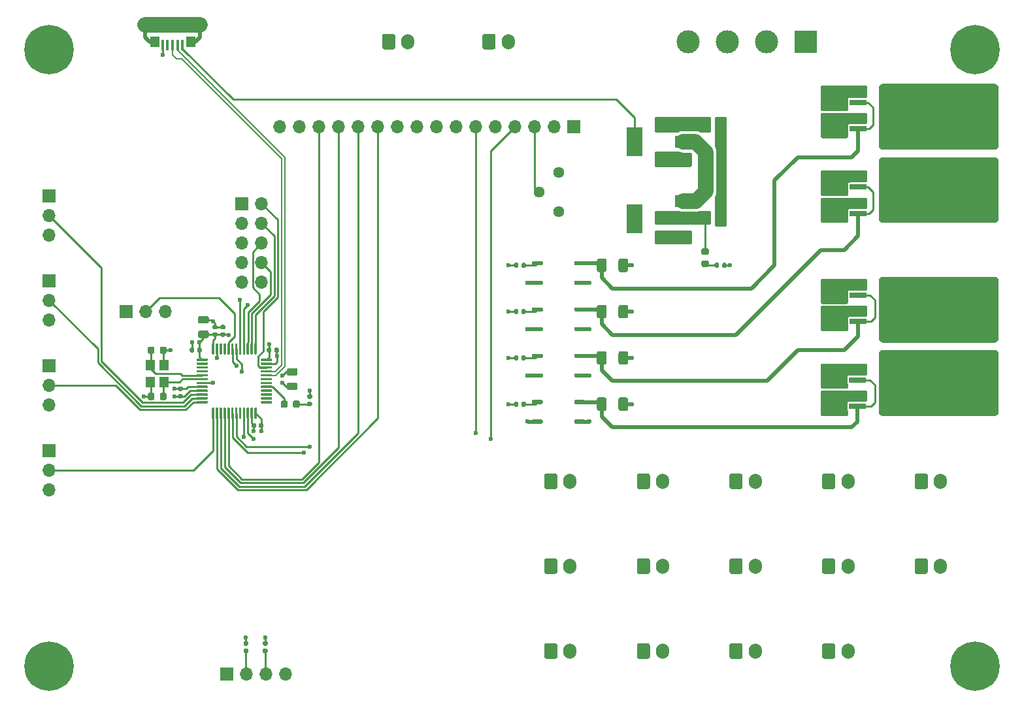
<source format=gbr>
%TF.GenerationSoftware,KiCad,Pcbnew,(5.1.5-131-g305ed0b65)-1*%
%TF.CreationDate,2021-01-25T18:11:24+08:00*%
%TF.ProjectId,OpenTEC,4f70656e-5445-4432-9e6b-696361645f70,rev?*%
%TF.SameCoordinates,Original*%
%TF.FileFunction,Copper,L1,Top*%
%TF.FilePolarity,Positive*%
%FSLAX46Y46*%
G04 Gerber Fmt 4.6, Leading zero omitted, Abs format (unit mm)*
G04 Created by KiCad (PCBNEW (5.1.5-131-g305ed0b65)-1) date 2021-01-25 18:11:24*
%MOMM*%
%LPD*%
G01*
G04 APERTURE LIST*
%TA.AperFunction,SMDPad,CuDef*%
%ADD10R,2.000000X3.800000*%
%TD*%
%TA.AperFunction,SMDPad,CuDef*%
%ADD11R,2.000000X1.500000*%
%TD*%
%TA.AperFunction,ComponentPad*%
%ADD12C,6.400000*%
%TD*%
%TA.AperFunction,ComponentPad*%
%ADD13C,0.800000*%
%TD*%
%TA.AperFunction,SMDPad,CuDef*%
%ADD14R,1.750000X1.900000*%
%TD*%
%TA.AperFunction,SMDPad,CuDef*%
%ADD15R,0.400000X1.400000*%
%TD*%
%TA.AperFunction,ComponentPad*%
%ADD16O,1.050000X1.900000*%
%TD*%
%TA.AperFunction,SMDPad,CuDef*%
%ADD17R,1.150000X1.450000*%
%TD*%
%TA.AperFunction,ComponentPad*%
%ADD18C,3.000000*%
%TD*%
%TA.AperFunction,ComponentPad*%
%ADD19R,3.000000X3.000000*%
%TD*%
%TA.AperFunction,ComponentPad*%
%ADD20R,1.700000X1.700000*%
%TD*%
%TA.AperFunction,ComponentPad*%
%ADD21O,1.700000X1.700000*%
%TD*%
%TA.AperFunction,ComponentPad*%
%ADD22O,1.700000X2.000000*%
%TD*%
%TA.AperFunction,ComponentPad*%
%ADD23C,1.440000*%
%TD*%
%TA.AperFunction,SMDPad,CuDef*%
%ADD24R,2.200000X0.800000*%
%TD*%
%TA.AperFunction,SMDPad,CuDef*%
%ADD25R,6.400000X5.800000*%
%TD*%
%TA.AperFunction,SMDPad,CuDef*%
%ADD26R,1.200000X1.400000*%
%TD*%
%TA.AperFunction,ViaPad*%
%ADD27C,0.600000*%
%TD*%
%TA.AperFunction,Conductor*%
%ADD28C,0.500000*%
%TD*%
%TA.AperFunction,Conductor*%
%ADD29C,0.250000*%
%TD*%
%TA.AperFunction,Conductor*%
%ADD30C,2.000000*%
%TD*%
%TA.AperFunction,Conductor*%
%ADD31C,0.200000*%
%TD*%
%TA.AperFunction,Conductor*%
%ADD32C,0.300000*%
%TD*%
G04 APERTURE END LIST*
D10*
%TO.P,U1,2*%
%TO.N,+5V*%
X154850000Y-63000000D03*
D11*
X161150000Y-63000000D03*
%TO.P,U1,3*%
%TO.N,+12V*%
X161150000Y-60700000D03*
%TO.P,U1,1*%
%TO.N,GND*%
X161150000Y-65300000D03*
%TD*%
%TO.P,U2,1*%
%TO.N,GND*%
X161150000Y-75300000D03*
%TO.P,U2,3*%
%TO.N,+5V*%
X161150000Y-70700000D03*
%TO.P,U2,2*%
%TO.N,+3V3*%
X161150000Y-73000000D03*
D10*
X154850000Y-73000000D03*
%TD*%
%TO.P,D2,1*%
%TO.N,Net-(D2-Pad1)*%
%TA.AperFunction,SMDPad,CuDef*%
G36*
G01*
X111475000Y-96743750D02*
X111475000Y-97256250D01*
G75*
G02*
X111256250Y-97475000I-218750J0D01*
G01*
X110818750Y-97475000D01*
G75*
G02*
X110600000Y-97256250I0J218750D01*
G01*
X110600000Y-96743750D01*
G75*
G02*
X110818750Y-96525000I218750J0D01*
G01*
X111256250Y-96525000D01*
G75*
G02*
X111475000Y-96743750I0J-218750D01*
G01*
G37*
%TD.AperFunction*%
%TO.P,D2,2*%
%TO.N,Net-(D2-Pad2)*%
%TA.AperFunction,SMDPad,CuDef*%
G36*
G01*
X109900000Y-96743750D02*
X109900000Y-97256250D01*
G75*
G02*
X109681250Y-97475000I-218750J0D01*
G01*
X109243750Y-97475000D01*
G75*
G02*
X109025000Y-97256250I0J218750D01*
G01*
X109025000Y-96743750D01*
G75*
G02*
X109243750Y-96525000I218750J0D01*
G01*
X109681250Y-96525000D01*
G75*
G02*
X109900000Y-96743750I0J-218750D01*
G01*
G37*
%TD.AperFunction*%
%TD*%
%TO.P,R10,2*%
%TO.N,GND*%
%TA.AperFunction,SMDPad,CuDef*%
G36*
G01*
X112922500Y-96310000D02*
X112577500Y-96310000D01*
G75*
G02*
X112430000Y-96162500I0J147500D01*
G01*
X112430000Y-95867500D01*
G75*
G02*
X112577500Y-95720000I147500J0D01*
G01*
X112922500Y-95720000D01*
G75*
G02*
X113070000Y-95867500I0J-147500D01*
G01*
X113070000Y-96162500D01*
G75*
G02*
X112922500Y-96310000I-147500J0D01*
G01*
G37*
%TD.AperFunction*%
%TO.P,R10,1*%
%TO.N,Net-(D2-Pad1)*%
%TA.AperFunction,SMDPad,CuDef*%
G36*
G01*
X112922500Y-97280000D02*
X112577500Y-97280000D01*
G75*
G02*
X112430000Y-97132500I0J147500D01*
G01*
X112430000Y-96837500D01*
G75*
G02*
X112577500Y-96690000I147500J0D01*
G01*
X112922500Y-96690000D01*
G75*
G02*
X113070000Y-96837500I0J-147500D01*
G01*
X113070000Y-97132500D01*
G75*
G02*
X112922500Y-97280000I-147500J0D01*
G01*
G37*
%TD.AperFunction*%
%TD*%
%TO.P,C1,1*%
%TO.N,+12V*%
%TA.AperFunction,SMDPad,CuDef*%
G36*
G01*
X163575000Y-61206250D02*
X163575000Y-60293750D01*
G75*
G02*
X163818750Y-60050000I243750J0D01*
G01*
X164306250Y-60050000D01*
G75*
G02*
X164550000Y-60293750I0J-243750D01*
G01*
X164550000Y-61206250D01*
G75*
G02*
X164306250Y-61450000I-243750J0D01*
G01*
X163818750Y-61450000D01*
G75*
G02*
X163575000Y-61206250I0J243750D01*
G01*
G37*
%TD.AperFunction*%
%TO.P,C1,2*%
%TO.N,GND*%
%TA.AperFunction,SMDPad,CuDef*%
G36*
G01*
X165450000Y-61206250D02*
X165450000Y-60293750D01*
G75*
G02*
X165693750Y-60050000I243750J0D01*
G01*
X166181250Y-60050000D01*
G75*
G02*
X166425000Y-60293750I0J-243750D01*
G01*
X166425000Y-61206250D01*
G75*
G02*
X166181250Y-61450000I-243750J0D01*
G01*
X165693750Y-61450000D01*
G75*
G02*
X165450000Y-61206250I0J243750D01*
G01*
G37*
%TD.AperFunction*%
%TD*%
%TO.P,C2,1*%
%TO.N,+5V*%
%TA.AperFunction,SMDPad,CuDef*%
G36*
G01*
X163575000Y-68456250D02*
X163575000Y-67543750D01*
G75*
G02*
X163818750Y-67300000I243750J0D01*
G01*
X164306250Y-67300000D01*
G75*
G02*
X164550000Y-67543750I0J-243750D01*
G01*
X164550000Y-68456250D01*
G75*
G02*
X164306250Y-68700000I-243750J0D01*
G01*
X163818750Y-68700000D01*
G75*
G02*
X163575000Y-68456250I0J243750D01*
G01*
G37*
%TD.AperFunction*%
%TO.P,C2,2*%
%TO.N,GND*%
%TA.AperFunction,SMDPad,CuDef*%
G36*
G01*
X165450000Y-68456250D02*
X165450000Y-67543750D01*
G75*
G02*
X165693750Y-67300000I243750J0D01*
G01*
X166181250Y-67300000D01*
G75*
G02*
X166425000Y-67543750I0J-243750D01*
G01*
X166425000Y-68456250D01*
G75*
G02*
X166181250Y-68700000I-243750J0D01*
G01*
X165693750Y-68700000D01*
G75*
G02*
X165450000Y-68456250I0J243750D01*
G01*
G37*
%TD.AperFunction*%
%TD*%
%TO.P,C3,2*%
%TO.N,GND*%
%TA.AperFunction,SMDPad,CuDef*%
G36*
G01*
X165450000Y-73456250D02*
X165450000Y-72543750D01*
G75*
G02*
X165693750Y-72300000I243750J0D01*
G01*
X166181250Y-72300000D01*
G75*
G02*
X166425000Y-72543750I0J-243750D01*
G01*
X166425000Y-73456250D01*
G75*
G02*
X166181250Y-73700000I-243750J0D01*
G01*
X165693750Y-73700000D01*
G75*
G02*
X165450000Y-73456250I0J243750D01*
G01*
G37*
%TD.AperFunction*%
%TO.P,C3,1*%
%TO.N,+3V3*%
%TA.AperFunction,SMDPad,CuDef*%
G36*
G01*
X163575000Y-73456250D02*
X163575000Y-72543750D01*
G75*
G02*
X163818750Y-72300000I243750J0D01*
G01*
X164306250Y-72300000D01*
G75*
G02*
X164550000Y-72543750I0J-243750D01*
G01*
X164550000Y-73456250D01*
G75*
G02*
X164306250Y-73700000I-243750J0D01*
G01*
X163818750Y-73700000D01*
G75*
G02*
X163575000Y-73456250I0J243750D01*
G01*
G37*
%TD.AperFunction*%
%TD*%
%TO.P,C4,1*%
%TO.N,+3V3*%
%TA.AperFunction,SMDPad,CuDef*%
G36*
G01*
X110043750Y-92325000D02*
X110956250Y-92325000D01*
G75*
G02*
X111200000Y-92568750I0J-243750D01*
G01*
X111200000Y-93056250D01*
G75*
G02*
X110956250Y-93300000I-243750J0D01*
G01*
X110043750Y-93300000D01*
G75*
G02*
X109800000Y-93056250I0J243750D01*
G01*
X109800000Y-92568750D01*
G75*
G02*
X110043750Y-92325000I243750J0D01*
G01*
G37*
%TD.AperFunction*%
%TO.P,C4,2*%
%TO.N,GND*%
%TA.AperFunction,SMDPad,CuDef*%
G36*
G01*
X110043750Y-94200000D02*
X110956250Y-94200000D01*
G75*
G02*
X111200000Y-94443750I0J-243750D01*
G01*
X111200000Y-94931250D01*
G75*
G02*
X110956250Y-95175000I-243750J0D01*
G01*
X110043750Y-95175000D01*
G75*
G02*
X109800000Y-94931250I0J243750D01*
G01*
X109800000Y-94443750D01*
G75*
G02*
X110043750Y-94200000I243750J0D01*
G01*
G37*
%TD.AperFunction*%
%TD*%
%TO.P,C5,2*%
%TO.N,GND*%
%TA.AperFunction,SMDPad,CuDef*%
G36*
G01*
X97810000Y-89827500D02*
X97810000Y-90172500D01*
G75*
G02*
X97662500Y-90320000I-147500J0D01*
G01*
X97367500Y-90320000D01*
G75*
G02*
X97220000Y-90172500I0J147500D01*
G01*
X97220000Y-89827500D01*
G75*
G02*
X97367500Y-89680000I147500J0D01*
G01*
X97662500Y-89680000D01*
G75*
G02*
X97810000Y-89827500I0J-147500D01*
G01*
G37*
%TD.AperFunction*%
%TO.P,C5,1*%
%TO.N,+3V3*%
%TA.AperFunction,SMDPad,CuDef*%
G36*
G01*
X98780000Y-89827500D02*
X98780000Y-90172500D01*
G75*
G02*
X98632500Y-90320000I-147500J0D01*
G01*
X98337500Y-90320000D01*
G75*
G02*
X98190000Y-90172500I0J147500D01*
G01*
X98190000Y-89827500D01*
G75*
G02*
X98337500Y-89680000I147500J0D01*
G01*
X98632500Y-89680000D01*
G75*
G02*
X98780000Y-89827500I0J-147500D01*
G01*
G37*
%TD.AperFunction*%
%TD*%
%TO.P,C6,1*%
%TO.N,+3V3*%
%TA.AperFunction,SMDPad,CuDef*%
G36*
G01*
X96172500Y-96280000D02*
X95827500Y-96280000D01*
G75*
G02*
X95680000Y-96132500I0J147500D01*
G01*
X95680000Y-95837500D01*
G75*
G02*
X95827500Y-95690000I147500J0D01*
G01*
X96172500Y-95690000D01*
G75*
G02*
X96320000Y-95837500I0J-147500D01*
G01*
X96320000Y-96132500D01*
G75*
G02*
X96172500Y-96280000I-147500J0D01*
G01*
G37*
%TD.AperFunction*%
%TO.P,C6,2*%
%TO.N,GND*%
%TA.AperFunction,SMDPad,CuDef*%
G36*
G01*
X96172500Y-95310000D02*
X95827500Y-95310000D01*
G75*
G02*
X95680000Y-95162500I0J147500D01*
G01*
X95680000Y-94867500D01*
G75*
G02*
X95827500Y-94720000I147500J0D01*
G01*
X96172500Y-94720000D01*
G75*
G02*
X96320000Y-94867500I0J-147500D01*
G01*
X96320000Y-95162500D01*
G75*
G02*
X96172500Y-95310000I-147500J0D01*
G01*
G37*
%TD.AperFunction*%
%TD*%
%TO.P,C7,2*%
%TO.N,GND*%
%TA.AperFunction,SMDPad,CuDef*%
G36*
G01*
X105810000Y-99577500D02*
X105810000Y-99922500D01*
G75*
G02*
X105662500Y-100070000I-147500J0D01*
G01*
X105367500Y-100070000D01*
G75*
G02*
X105220000Y-99922500I0J147500D01*
G01*
X105220000Y-99577500D01*
G75*
G02*
X105367500Y-99430000I147500J0D01*
G01*
X105662500Y-99430000D01*
G75*
G02*
X105810000Y-99577500I0J-147500D01*
G01*
G37*
%TD.AperFunction*%
%TO.P,C7,1*%
%TO.N,+3V3*%
%TA.AperFunction,SMDPad,CuDef*%
G36*
G01*
X106780000Y-99577500D02*
X106780000Y-99922500D01*
G75*
G02*
X106632500Y-100070000I-147500J0D01*
G01*
X106337500Y-100070000D01*
G75*
G02*
X106190000Y-99922500I0J147500D01*
G01*
X106190000Y-99577500D01*
G75*
G02*
X106337500Y-99430000I147500J0D01*
G01*
X106632500Y-99430000D01*
G75*
G02*
X106780000Y-99577500I0J-147500D01*
G01*
G37*
%TD.AperFunction*%
%TD*%
%TO.P,C8,1*%
%TO.N,+3V3*%
%TA.AperFunction,SMDPad,CuDef*%
G36*
G01*
X107220000Y-90172500D02*
X107220000Y-89827500D01*
G75*
G02*
X107367500Y-89680000I147500J0D01*
G01*
X107662500Y-89680000D01*
G75*
G02*
X107810000Y-89827500I0J-147500D01*
G01*
X107810000Y-90172500D01*
G75*
G02*
X107662500Y-90320000I-147500J0D01*
G01*
X107367500Y-90320000D01*
G75*
G02*
X107220000Y-90172500I0J147500D01*
G01*
G37*
%TD.AperFunction*%
%TO.P,C8,2*%
%TO.N,GND*%
%TA.AperFunction,SMDPad,CuDef*%
G36*
G01*
X108190000Y-90172500D02*
X108190000Y-89827500D01*
G75*
G02*
X108337500Y-89680000I147500J0D01*
G01*
X108632500Y-89680000D01*
G75*
G02*
X108780000Y-89827500I0J-147500D01*
G01*
X108780000Y-90172500D01*
G75*
G02*
X108632500Y-90320000I-147500J0D01*
G01*
X108337500Y-90320000D01*
G75*
G02*
X108190000Y-90172500I0J147500D01*
G01*
G37*
%TD.AperFunction*%
%TD*%
%TO.P,C9,2*%
%TO.N,GND*%
%TA.AperFunction,SMDPad,CuDef*%
G36*
G01*
X99456250Y-86550000D02*
X98543750Y-86550000D01*
G75*
G02*
X98300000Y-86306250I0J243750D01*
G01*
X98300000Y-85818750D01*
G75*
G02*
X98543750Y-85575000I243750J0D01*
G01*
X99456250Y-85575000D01*
G75*
G02*
X99700000Y-85818750I0J-243750D01*
G01*
X99700000Y-86306250D01*
G75*
G02*
X99456250Y-86550000I-243750J0D01*
G01*
G37*
%TD.AperFunction*%
%TO.P,C9,1*%
%TO.N,+3V3*%
%TA.AperFunction,SMDPad,CuDef*%
G36*
G01*
X99456250Y-88425000D02*
X98543750Y-88425000D01*
G75*
G02*
X98300000Y-88181250I0J243750D01*
G01*
X98300000Y-87693750D01*
G75*
G02*
X98543750Y-87450000I243750J0D01*
G01*
X99456250Y-87450000D01*
G75*
G02*
X99700000Y-87693750I0J-243750D01*
G01*
X99700000Y-88181250D01*
G75*
G02*
X99456250Y-88425000I-243750J0D01*
G01*
G37*
%TD.AperFunction*%
%TD*%
%TO.P,C10,2*%
%TO.N,GND*%
%TA.AperFunction,SMDPad,CuDef*%
G36*
G01*
X100672500Y-87310000D02*
X100327500Y-87310000D01*
G75*
G02*
X100180000Y-87162500I0J147500D01*
G01*
X100180000Y-86867500D01*
G75*
G02*
X100327500Y-86720000I147500J0D01*
G01*
X100672500Y-86720000D01*
G75*
G02*
X100820000Y-86867500I0J-147500D01*
G01*
X100820000Y-87162500D01*
G75*
G02*
X100672500Y-87310000I-147500J0D01*
G01*
G37*
%TD.AperFunction*%
%TO.P,C10,1*%
%TO.N,+3V3*%
%TA.AperFunction,SMDPad,CuDef*%
G36*
G01*
X100672500Y-88280000D02*
X100327500Y-88280000D01*
G75*
G02*
X100180000Y-88132500I0J147500D01*
G01*
X100180000Y-87837500D01*
G75*
G02*
X100327500Y-87690000I147500J0D01*
G01*
X100672500Y-87690000D01*
G75*
G02*
X100820000Y-87837500I0J-147500D01*
G01*
X100820000Y-88132500D01*
G75*
G02*
X100672500Y-88280000I-147500J0D01*
G01*
G37*
%TD.AperFunction*%
%TD*%
%TO.P,C11,1*%
%TO.N,+3V3*%
%TA.AperFunction,SMDPad,CuDef*%
G36*
G01*
X101672500Y-88280000D02*
X101327500Y-88280000D01*
G75*
G02*
X101180000Y-88132500I0J147500D01*
G01*
X101180000Y-87837500D01*
G75*
G02*
X101327500Y-87690000I147500J0D01*
G01*
X101672500Y-87690000D01*
G75*
G02*
X101820000Y-87837500I0J-147500D01*
G01*
X101820000Y-88132500D01*
G75*
G02*
X101672500Y-88280000I-147500J0D01*
G01*
G37*
%TD.AperFunction*%
%TO.P,C11,2*%
%TO.N,GND*%
%TA.AperFunction,SMDPad,CuDef*%
G36*
G01*
X101672500Y-87310000D02*
X101327500Y-87310000D01*
G75*
G02*
X101180000Y-87162500I0J147500D01*
G01*
X101180000Y-86867500D01*
G75*
G02*
X101327500Y-86720000I147500J0D01*
G01*
X101672500Y-86720000D01*
G75*
G02*
X101820000Y-86867500I0J-147500D01*
G01*
X101820000Y-87162500D01*
G75*
G02*
X101672500Y-87310000I-147500J0D01*
G01*
G37*
%TD.AperFunction*%
%TD*%
%TO.P,C12,2*%
%TO.N,Net-(C12-Pad2)*%
%TA.AperFunction,SMDPad,CuDef*%
G36*
G01*
X92650000Y-89743750D02*
X92650000Y-90256250D01*
G75*
G02*
X92431250Y-90475000I-218750J0D01*
G01*
X91993750Y-90475000D01*
G75*
G02*
X91775000Y-90256250I0J218750D01*
G01*
X91775000Y-89743750D01*
G75*
G02*
X91993750Y-89525000I218750J0D01*
G01*
X92431250Y-89525000D01*
G75*
G02*
X92650000Y-89743750I0J-218750D01*
G01*
G37*
%TD.AperFunction*%
%TO.P,C12,1*%
%TO.N,GND*%
%TA.AperFunction,SMDPad,CuDef*%
G36*
G01*
X94225000Y-89743750D02*
X94225000Y-90256250D01*
G75*
G02*
X94006250Y-90475000I-218750J0D01*
G01*
X93568750Y-90475000D01*
G75*
G02*
X93350000Y-90256250I0J218750D01*
G01*
X93350000Y-89743750D01*
G75*
G02*
X93568750Y-89525000I218750J0D01*
G01*
X94006250Y-89525000D01*
G75*
G02*
X94225000Y-89743750I0J-218750D01*
G01*
G37*
%TD.AperFunction*%
%TD*%
%TO.P,C13,1*%
%TO.N,Net-(C13-Pad1)*%
%TA.AperFunction,SMDPad,CuDef*%
G36*
G01*
X94225000Y-95743750D02*
X94225000Y-96256250D01*
G75*
G02*
X94006250Y-96475000I-218750J0D01*
G01*
X93568750Y-96475000D01*
G75*
G02*
X93350000Y-96256250I0J218750D01*
G01*
X93350000Y-95743750D01*
G75*
G02*
X93568750Y-95525000I218750J0D01*
G01*
X94006250Y-95525000D01*
G75*
G02*
X94225000Y-95743750I0J-218750D01*
G01*
G37*
%TD.AperFunction*%
%TO.P,C13,2*%
%TO.N,GND*%
%TA.AperFunction,SMDPad,CuDef*%
G36*
G01*
X92650000Y-95743750D02*
X92650000Y-96256250D01*
G75*
G02*
X92431250Y-96475000I-218750J0D01*
G01*
X91993750Y-96475000D01*
G75*
G02*
X91775000Y-96256250I0J218750D01*
G01*
X91775000Y-95743750D01*
G75*
G02*
X91993750Y-95525000I218750J0D01*
G01*
X92431250Y-95525000D01*
G75*
G02*
X92650000Y-95743750I0J-218750D01*
G01*
G37*
%TD.AperFunction*%
%TD*%
%TO.P,D1,2*%
%TO.N,+3V3*%
%TA.AperFunction,SMDPad,CuDef*%
G36*
G01*
X164256250Y-77650000D02*
X163743750Y-77650000D01*
G75*
G02*
X163525000Y-77431250I0J218750D01*
G01*
X163525000Y-76993750D01*
G75*
G02*
X163743750Y-76775000I218750J0D01*
G01*
X164256250Y-76775000D01*
G75*
G02*
X164475000Y-76993750I0J-218750D01*
G01*
X164475000Y-77431250D01*
G75*
G02*
X164256250Y-77650000I-218750J0D01*
G01*
G37*
%TD.AperFunction*%
%TO.P,D1,1*%
%TO.N,Net-(D1-Pad1)*%
%TA.AperFunction,SMDPad,CuDef*%
G36*
G01*
X164256250Y-79225000D02*
X163743750Y-79225000D01*
G75*
G02*
X163525000Y-79006250I0J218750D01*
G01*
X163525000Y-78568750D01*
G75*
G02*
X163743750Y-78350000I218750J0D01*
G01*
X164256250Y-78350000D01*
G75*
G02*
X164475000Y-78568750I0J-218750D01*
G01*
X164475000Y-79006250D01*
G75*
G02*
X164256250Y-79225000I-218750J0D01*
G01*
G37*
%TD.AperFunction*%
%TD*%
D12*
%TO.P,H1,1*%
%TO.N,Earth*%
X79000000Y-51000000D03*
D13*
X81400000Y-51000000D03*
X80697056Y-52697056D03*
X79000000Y-53400000D03*
X77302944Y-52697056D03*
X76600000Y-51000000D03*
X77302944Y-49302944D03*
X79000000Y-48600000D03*
X80697056Y-49302944D03*
%TD*%
%TO.P,H2,1*%
%TO.N,Earth*%
X200697056Y-49302944D03*
X199000000Y-48600000D03*
X197302944Y-49302944D03*
X196600000Y-51000000D03*
X197302944Y-52697056D03*
X199000000Y-53400000D03*
X200697056Y-52697056D03*
X201400000Y-51000000D03*
D12*
X199000000Y-51000000D03*
%TD*%
%TO.P,H3,1*%
%TO.N,Earth*%
X199000000Y-131000000D03*
D13*
X201400000Y-131000000D03*
X200697056Y-132697056D03*
X199000000Y-133400000D03*
X197302944Y-132697056D03*
X196600000Y-131000000D03*
X197302944Y-129302944D03*
X199000000Y-128600000D03*
X200697056Y-129302944D03*
%TD*%
%TO.P,H4,1*%
%TO.N,Earth*%
X80697056Y-129302944D03*
X79000000Y-128600000D03*
X77302944Y-129302944D03*
X76600000Y-131000000D03*
X77302944Y-132697056D03*
X79000000Y-133400000D03*
X80697056Y-132697056D03*
X81400000Y-131000000D03*
D12*
X79000000Y-131000000D03*
%TD*%
D14*
%TO.P,J1,6*%
%TO.N,Earth*%
X93875000Y-47800000D03*
D15*
%TO.P,J1,2*%
%TO.N,USB_D-*%
X95650000Y-50450000D03*
%TO.P,J1,1*%
%TO.N,+5V*%
X96300000Y-50450000D03*
%TO.P,J1,5*%
%TO.N,GND*%
X93700000Y-50450000D03*
%TO.P,J1,4*%
%TO.N,Net-(J1-Pad4)*%
X94350000Y-50450000D03*
%TO.P,J1,3*%
%TO.N,USB_D+*%
X95000000Y-50450000D03*
D14*
%TO.P,J1,6*%
%TO.N,Earth*%
X96125000Y-47800000D03*
D16*
X98575000Y-47800000D03*
X91425000Y-47800000D03*
D17*
X92680000Y-50030000D03*
X97320000Y-50030000D03*
%TD*%
D18*
%TO.P,J2,2*%
%TO.N,+12V*%
X171920000Y-50000000D03*
%TO.P,J2,3*%
%TO.N,GND*%
X166840000Y-50000000D03*
D19*
%TO.P,J2,1*%
%TO.N,+12V*%
X177000000Y-50000000D03*
D18*
%TO.P,J2,4*%
%TO.N,GND*%
X161760000Y-50000000D03*
%TD*%
D20*
%TO.P,J3,1*%
%TO.N,+3V3*%
X104000000Y-71000000D03*
D21*
%TO.P,J3,2*%
%TO.N,JTAG_MS*%
X106540000Y-71000000D03*
%TO.P,J3,3*%
%TO.N,GND*%
X104000000Y-73540000D03*
%TO.P,J3,4*%
%TO.N,JTAG_CLK*%
X106540000Y-73540000D03*
%TO.P,J3,5*%
%TO.N,GND*%
X104000000Y-76080000D03*
%TO.P,J3,6*%
%TO.N,JTAG_DO*%
X106540000Y-76080000D03*
%TO.P,J3,7*%
%TO.N,Net-(J3-Pad7)*%
X104000000Y-78620000D03*
%TO.P,J3,8*%
%TO.N,JTAG_DI*%
X106540000Y-78620000D03*
%TO.P,J3,9*%
%TO.N,GND*%
X104000000Y-81160000D03*
%TO.P,J3,10*%
%TO.N,nRST*%
X106540000Y-81160000D03*
%TD*%
D20*
%TO.P,J5,1*%
%TO.N,+3V3*%
X102000000Y-132000000D03*
D21*
%TO.P,J5,2*%
%TO.N,I2C_SCL*%
X104540000Y-132000000D03*
%TO.P,J5,3*%
%TO.N,I2C_SDA*%
X107080000Y-132000000D03*
%TO.P,J5,4*%
%TO.N,GND*%
X109620000Y-132000000D03*
%TD*%
D20*
%TO.P,J6,1*%
%TO.N,+3V3*%
X89000000Y-85000000D03*
D21*
%TO.P,J6,2*%
%TO.N,BOOT*%
X91540000Y-85000000D03*
%TO.P,J6,3*%
%TO.N,GND*%
X94080000Y-85000000D03*
%TD*%
D20*
%TO.P,J7,1*%
%TO.N,+3V3*%
X79000000Y-70000000D03*
D21*
%TO.P,J7,2*%
%TO.N,TEMP0*%
X79000000Y-72540000D03*
%TO.P,J7,3*%
%TO.N,GND*%
X79000000Y-75080000D03*
%TD*%
%TO.P,J8,3*%
%TO.N,GND*%
X79000000Y-86080000D03*
%TO.P,J8,2*%
%TO.N,TEMP1*%
X79000000Y-83540000D03*
D20*
%TO.P,J8,1*%
%TO.N,+3V3*%
X79000000Y-81000000D03*
%TD*%
%TO.P,J9,1*%
%TO.N,+3V3*%
X79000000Y-92000000D03*
D21*
%TO.P,J9,2*%
%TO.N,TEMP2*%
X79000000Y-94540000D03*
%TO.P,J9,3*%
%TO.N,GND*%
X79000000Y-97080000D03*
%TD*%
%TO.P,J10,3*%
%TO.N,GND*%
X79000000Y-108080000D03*
%TO.P,J10,2*%
%TO.N,TEMP3*%
X79000000Y-105540000D03*
D20*
%TO.P,J10,1*%
%TO.N,+3V3*%
X79000000Y-103000000D03*
%TD*%
D18*
%TO.P,J11,2*%
%TO.N,Net-(J11-Pad2)*%
X200000000Y-61920000D03*
D19*
%TO.P,J11,1*%
%TO.N,Net-(J11-Pad1)*%
X200000000Y-67000000D03*
%TD*%
%TO.P,J12,1*%
%TO.N,Net-(J12-Pad1)*%
X200000000Y-92000000D03*
D18*
%TO.P,J12,2*%
%TO.N,Net-(J12-Pad2)*%
X200000000Y-86920000D03*
%TD*%
D22*
%TO.P,J13,2*%
%TO.N,GND*%
X125500000Y-50000000D03*
%TO.P,J13,1*%
%TO.N,+12V*%
%TA.AperFunction,ComponentPad*%
G36*
G01*
X122150000Y-50750000D02*
X122150000Y-49250000D01*
G75*
G02*
X122400000Y-49000000I250000J0D01*
G01*
X123600000Y-49000000D01*
G75*
G02*
X123850000Y-49250000I0J-250000D01*
G01*
X123850000Y-50750000D01*
G75*
G02*
X123600000Y-51000000I-250000J0D01*
G01*
X122400000Y-51000000D01*
G75*
G02*
X122150000Y-50750000I0J250000D01*
G01*
G37*
%TD.AperFunction*%
%TD*%
%TO.P,J14,1*%
%TO.N,+12V*%
%TA.AperFunction,ComponentPad*%
G36*
G01*
X135150000Y-50750000D02*
X135150000Y-49250000D01*
G75*
G02*
X135400000Y-49000000I250000J0D01*
G01*
X136600000Y-49000000D01*
G75*
G02*
X136850000Y-49250000I0J-250000D01*
G01*
X136850000Y-50750000D01*
G75*
G02*
X136600000Y-51000000I-250000J0D01*
G01*
X135400000Y-51000000D01*
G75*
G02*
X135150000Y-50750000I0J250000D01*
G01*
G37*
%TD.AperFunction*%
%TO.P,J14,2*%
%TO.N,GND*%
X138500000Y-50000000D03*
%TD*%
%TO.P,J15,1*%
%TO.N,+12V*%
%TA.AperFunction,ComponentPad*%
G36*
G01*
X143150000Y-107750000D02*
X143150000Y-106250000D01*
G75*
G02*
X143400000Y-106000000I250000J0D01*
G01*
X144600000Y-106000000D01*
G75*
G02*
X144850000Y-106250000I0J-250000D01*
G01*
X144850000Y-107750000D01*
G75*
G02*
X144600000Y-108000000I-250000J0D01*
G01*
X143400000Y-108000000D01*
G75*
G02*
X143150000Y-107750000I0J250000D01*
G01*
G37*
%TD.AperFunction*%
%TO.P,J15,2*%
%TO.N,GND*%
X146500000Y-107000000D03*
%TD*%
%TO.P,J16,2*%
%TO.N,GND*%
X158500000Y-107000000D03*
%TO.P,J16,1*%
%TO.N,+12V*%
%TA.AperFunction,ComponentPad*%
G36*
G01*
X155150000Y-107750000D02*
X155150000Y-106250000D01*
G75*
G02*
X155400000Y-106000000I250000J0D01*
G01*
X156600000Y-106000000D01*
G75*
G02*
X156850000Y-106250000I0J-250000D01*
G01*
X156850000Y-107750000D01*
G75*
G02*
X156600000Y-108000000I-250000J0D01*
G01*
X155400000Y-108000000D01*
G75*
G02*
X155150000Y-107750000I0J250000D01*
G01*
G37*
%TD.AperFunction*%
%TD*%
%TO.P,J17,1*%
%TO.N,+12V*%
%TA.AperFunction,ComponentPad*%
G36*
G01*
X167150000Y-107750000D02*
X167150000Y-106250000D01*
G75*
G02*
X167400000Y-106000000I250000J0D01*
G01*
X168600000Y-106000000D01*
G75*
G02*
X168850000Y-106250000I0J-250000D01*
G01*
X168850000Y-107750000D01*
G75*
G02*
X168600000Y-108000000I-250000J0D01*
G01*
X167400000Y-108000000D01*
G75*
G02*
X167150000Y-107750000I0J250000D01*
G01*
G37*
%TD.AperFunction*%
%TO.P,J17,2*%
%TO.N,GND*%
X170500000Y-107000000D03*
%TD*%
%TO.P,J18,2*%
%TO.N,GND*%
X182500000Y-107000000D03*
%TO.P,J18,1*%
%TO.N,+12V*%
%TA.AperFunction,ComponentPad*%
G36*
G01*
X179150000Y-107750000D02*
X179150000Y-106250000D01*
G75*
G02*
X179400000Y-106000000I250000J0D01*
G01*
X180600000Y-106000000D01*
G75*
G02*
X180850000Y-106250000I0J-250000D01*
G01*
X180850000Y-107750000D01*
G75*
G02*
X180600000Y-108000000I-250000J0D01*
G01*
X179400000Y-108000000D01*
G75*
G02*
X179150000Y-107750000I0J250000D01*
G01*
G37*
%TD.AperFunction*%
%TD*%
%TO.P,J19,1*%
%TO.N,+12V*%
%TA.AperFunction,ComponentPad*%
G36*
G01*
X191150000Y-107750000D02*
X191150000Y-106250000D01*
G75*
G02*
X191400000Y-106000000I250000J0D01*
G01*
X192600000Y-106000000D01*
G75*
G02*
X192850000Y-106250000I0J-250000D01*
G01*
X192850000Y-107750000D01*
G75*
G02*
X192600000Y-108000000I-250000J0D01*
G01*
X191400000Y-108000000D01*
G75*
G02*
X191150000Y-107750000I0J250000D01*
G01*
G37*
%TD.AperFunction*%
%TO.P,J19,2*%
%TO.N,GND*%
X194500000Y-107000000D03*
%TD*%
%TO.P,J20,2*%
%TO.N,GND*%
X146500000Y-118000000D03*
%TO.P,J20,1*%
%TO.N,+12V*%
%TA.AperFunction,ComponentPad*%
G36*
G01*
X143150000Y-118750000D02*
X143150000Y-117250000D01*
G75*
G02*
X143400000Y-117000000I250000J0D01*
G01*
X144600000Y-117000000D01*
G75*
G02*
X144850000Y-117250000I0J-250000D01*
G01*
X144850000Y-118750000D01*
G75*
G02*
X144600000Y-119000000I-250000J0D01*
G01*
X143400000Y-119000000D01*
G75*
G02*
X143150000Y-118750000I0J250000D01*
G01*
G37*
%TD.AperFunction*%
%TD*%
%TO.P,J21,1*%
%TO.N,+12V*%
%TA.AperFunction,ComponentPad*%
G36*
G01*
X155150000Y-118750000D02*
X155150000Y-117250000D01*
G75*
G02*
X155400000Y-117000000I250000J0D01*
G01*
X156600000Y-117000000D01*
G75*
G02*
X156850000Y-117250000I0J-250000D01*
G01*
X156850000Y-118750000D01*
G75*
G02*
X156600000Y-119000000I-250000J0D01*
G01*
X155400000Y-119000000D01*
G75*
G02*
X155150000Y-118750000I0J250000D01*
G01*
G37*
%TD.AperFunction*%
%TO.P,J21,2*%
%TO.N,GND*%
X158500000Y-118000000D03*
%TD*%
%TO.P,J22,2*%
%TO.N,GND*%
X170500000Y-118000000D03*
%TO.P,J22,1*%
%TO.N,+12V*%
%TA.AperFunction,ComponentPad*%
G36*
G01*
X167150000Y-118750000D02*
X167150000Y-117250000D01*
G75*
G02*
X167400000Y-117000000I250000J0D01*
G01*
X168600000Y-117000000D01*
G75*
G02*
X168850000Y-117250000I0J-250000D01*
G01*
X168850000Y-118750000D01*
G75*
G02*
X168600000Y-119000000I-250000J0D01*
G01*
X167400000Y-119000000D01*
G75*
G02*
X167150000Y-118750000I0J250000D01*
G01*
G37*
%TD.AperFunction*%
%TD*%
%TO.P,J23,1*%
%TO.N,+12V*%
%TA.AperFunction,ComponentPad*%
G36*
G01*
X179150000Y-118750000D02*
X179150000Y-117250000D01*
G75*
G02*
X179400000Y-117000000I250000J0D01*
G01*
X180600000Y-117000000D01*
G75*
G02*
X180850000Y-117250000I0J-250000D01*
G01*
X180850000Y-118750000D01*
G75*
G02*
X180600000Y-119000000I-250000J0D01*
G01*
X179400000Y-119000000D01*
G75*
G02*
X179150000Y-118750000I0J250000D01*
G01*
G37*
%TD.AperFunction*%
%TO.P,J23,2*%
%TO.N,GND*%
X182500000Y-118000000D03*
%TD*%
%TO.P,J24,2*%
%TO.N,GND*%
X194500000Y-118000000D03*
%TO.P,J24,1*%
%TO.N,+12V*%
%TA.AperFunction,ComponentPad*%
G36*
G01*
X191150000Y-118750000D02*
X191150000Y-117250000D01*
G75*
G02*
X191400000Y-117000000I250000J0D01*
G01*
X192600000Y-117000000D01*
G75*
G02*
X192850000Y-117250000I0J-250000D01*
G01*
X192850000Y-118750000D01*
G75*
G02*
X192600000Y-119000000I-250000J0D01*
G01*
X191400000Y-119000000D01*
G75*
G02*
X191150000Y-118750000I0J250000D01*
G01*
G37*
%TD.AperFunction*%
%TD*%
%TO.P,J25,1*%
%TO.N,+12V*%
%TA.AperFunction,ComponentPad*%
G36*
G01*
X143150000Y-129750000D02*
X143150000Y-128250000D01*
G75*
G02*
X143400000Y-128000000I250000J0D01*
G01*
X144600000Y-128000000D01*
G75*
G02*
X144850000Y-128250000I0J-250000D01*
G01*
X144850000Y-129750000D01*
G75*
G02*
X144600000Y-130000000I-250000J0D01*
G01*
X143400000Y-130000000D01*
G75*
G02*
X143150000Y-129750000I0J250000D01*
G01*
G37*
%TD.AperFunction*%
%TO.P,J25,2*%
%TO.N,GND*%
X146500000Y-129000000D03*
%TD*%
%TO.P,J26,2*%
%TO.N,GND*%
X158500000Y-129000000D03*
%TO.P,J26,1*%
%TO.N,+12V*%
%TA.AperFunction,ComponentPad*%
G36*
G01*
X155150000Y-129750000D02*
X155150000Y-128250000D01*
G75*
G02*
X155400000Y-128000000I250000J0D01*
G01*
X156600000Y-128000000D01*
G75*
G02*
X156850000Y-128250000I0J-250000D01*
G01*
X156850000Y-129750000D01*
G75*
G02*
X156600000Y-130000000I-250000J0D01*
G01*
X155400000Y-130000000D01*
G75*
G02*
X155150000Y-129750000I0J250000D01*
G01*
G37*
%TD.AperFunction*%
%TD*%
%TO.P,J27,1*%
%TO.N,+12V*%
%TA.AperFunction,ComponentPad*%
G36*
G01*
X167150000Y-129750000D02*
X167150000Y-128250000D01*
G75*
G02*
X167400000Y-128000000I250000J0D01*
G01*
X168600000Y-128000000D01*
G75*
G02*
X168850000Y-128250000I0J-250000D01*
G01*
X168850000Y-129750000D01*
G75*
G02*
X168600000Y-130000000I-250000J0D01*
G01*
X167400000Y-130000000D01*
G75*
G02*
X167150000Y-129750000I0J250000D01*
G01*
G37*
%TD.AperFunction*%
%TO.P,J27,2*%
%TO.N,GND*%
X170500000Y-129000000D03*
%TD*%
%TO.P,J28,2*%
%TO.N,GND*%
X182500000Y-129000000D03*
%TO.P,J28,1*%
%TO.N,+12V*%
%TA.AperFunction,ComponentPad*%
G36*
G01*
X179150000Y-129750000D02*
X179150000Y-128250000D01*
G75*
G02*
X179400000Y-128000000I250000J0D01*
G01*
X180600000Y-128000000D01*
G75*
G02*
X180850000Y-128250000I0J-250000D01*
G01*
X180850000Y-129750000D01*
G75*
G02*
X180600000Y-130000000I-250000J0D01*
G01*
X179400000Y-130000000D01*
G75*
G02*
X179150000Y-129750000I0J250000D01*
G01*
G37*
%TD.AperFunction*%
%TD*%
%TO.P,R1,1*%
%TO.N,+12V*%
%TA.AperFunction,SMDPad,CuDef*%
G36*
G01*
X154025000Y-84375000D02*
X154025000Y-85625000D01*
G75*
G02*
X153775000Y-85875000I-250000J0D01*
G01*
X153025000Y-85875000D01*
G75*
G02*
X152775000Y-85625000I0J250000D01*
G01*
X152775000Y-84375000D01*
G75*
G02*
X153025000Y-84125000I250000J0D01*
G01*
X153775000Y-84125000D01*
G75*
G02*
X154025000Y-84375000I0J-250000D01*
G01*
G37*
%TD.AperFunction*%
%TO.P,R1,2*%
%TO.N,Net-(R1-Pad2)*%
%TA.AperFunction,SMDPad,CuDef*%
G36*
G01*
X151225000Y-84375000D02*
X151225000Y-85625000D01*
G75*
G02*
X150975000Y-85875000I-250000J0D01*
G01*
X150225000Y-85875000D01*
G75*
G02*
X149975000Y-85625000I0J250000D01*
G01*
X149975000Y-84375000D01*
G75*
G02*
X150225000Y-84125000I250000J0D01*
G01*
X150975000Y-84125000D01*
G75*
G02*
X151225000Y-84375000I0J-250000D01*
G01*
G37*
%TD.AperFunction*%
%TD*%
%TO.P,R2,2*%
%TO.N,Net-(R2-Pad2)*%
%TA.AperFunction,SMDPad,CuDef*%
G36*
G01*
X151225000Y-78375000D02*
X151225000Y-79625000D01*
G75*
G02*
X150975000Y-79875000I-250000J0D01*
G01*
X150225000Y-79875000D01*
G75*
G02*
X149975000Y-79625000I0J250000D01*
G01*
X149975000Y-78375000D01*
G75*
G02*
X150225000Y-78125000I250000J0D01*
G01*
X150975000Y-78125000D01*
G75*
G02*
X151225000Y-78375000I0J-250000D01*
G01*
G37*
%TD.AperFunction*%
%TO.P,R2,1*%
%TO.N,+12V*%
%TA.AperFunction,SMDPad,CuDef*%
G36*
G01*
X154025000Y-78375000D02*
X154025000Y-79625000D01*
G75*
G02*
X153775000Y-79875000I-250000J0D01*
G01*
X153025000Y-79875000D01*
G75*
G02*
X152775000Y-79625000I0J250000D01*
G01*
X152775000Y-78375000D01*
G75*
G02*
X153025000Y-78125000I250000J0D01*
G01*
X153775000Y-78125000D01*
G75*
G02*
X154025000Y-78375000I0J-250000D01*
G01*
G37*
%TD.AperFunction*%
%TD*%
%TO.P,R3,1*%
%TO.N,Net-(D1-Pad1)*%
%TA.AperFunction,SMDPad,CuDef*%
G36*
G01*
X165220000Y-79172500D02*
X165220000Y-78827500D01*
G75*
G02*
X165367500Y-78680000I147500J0D01*
G01*
X165662500Y-78680000D01*
G75*
G02*
X165810000Y-78827500I0J-147500D01*
G01*
X165810000Y-79172500D01*
G75*
G02*
X165662500Y-79320000I-147500J0D01*
G01*
X165367500Y-79320000D01*
G75*
G02*
X165220000Y-79172500I0J147500D01*
G01*
G37*
%TD.AperFunction*%
%TO.P,R3,2*%
%TO.N,GND*%
%TA.AperFunction,SMDPad,CuDef*%
G36*
G01*
X166190000Y-79172500D02*
X166190000Y-78827500D01*
G75*
G02*
X166337500Y-78680000I147500J0D01*
G01*
X166632500Y-78680000D01*
G75*
G02*
X166780000Y-78827500I0J-147500D01*
G01*
X166780000Y-79172500D01*
G75*
G02*
X166632500Y-79320000I-147500J0D01*
G01*
X166337500Y-79320000D01*
G75*
G02*
X166190000Y-79172500I0J147500D01*
G01*
G37*
%TD.AperFunction*%
%TD*%
%TO.P,R4,2*%
%TO.N,HB_A1*%
%TA.AperFunction,SMDPad,CuDef*%
G36*
G01*
X139810000Y-84827500D02*
X139810000Y-85172500D01*
G75*
G02*
X139662500Y-85320000I-147500J0D01*
G01*
X139367500Y-85320000D01*
G75*
G02*
X139220000Y-85172500I0J147500D01*
G01*
X139220000Y-84827500D01*
G75*
G02*
X139367500Y-84680000I147500J0D01*
G01*
X139662500Y-84680000D01*
G75*
G02*
X139810000Y-84827500I0J-147500D01*
G01*
G37*
%TD.AperFunction*%
%TO.P,R4,1*%
%TO.N,Net-(R4-Pad1)*%
%TA.AperFunction,SMDPad,CuDef*%
G36*
G01*
X140780000Y-84827500D02*
X140780000Y-85172500D01*
G75*
G02*
X140632500Y-85320000I-147500J0D01*
G01*
X140337500Y-85320000D01*
G75*
G02*
X140190000Y-85172500I0J147500D01*
G01*
X140190000Y-84827500D01*
G75*
G02*
X140337500Y-84680000I147500J0D01*
G01*
X140632500Y-84680000D01*
G75*
G02*
X140780000Y-84827500I0J-147500D01*
G01*
G37*
%TD.AperFunction*%
%TD*%
%TO.P,R5,1*%
%TO.N,HB_A2*%
%TA.AperFunction,SMDPad,CuDef*%
G36*
G01*
X139220000Y-79172500D02*
X139220000Y-78827500D01*
G75*
G02*
X139367500Y-78680000I147500J0D01*
G01*
X139662500Y-78680000D01*
G75*
G02*
X139810000Y-78827500I0J-147500D01*
G01*
X139810000Y-79172500D01*
G75*
G02*
X139662500Y-79320000I-147500J0D01*
G01*
X139367500Y-79320000D01*
G75*
G02*
X139220000Y-79172500I0J147500D01*
G01*
G37*
%TD.AperFunction*%
%TO.P,R5,2*%
%TO.N,Net-(R5-Pad2)*%
%TA.AperFunction,SMDPad,CuDef*%
G36*
G01*
X140190000Y-79172500D02*
X140190000Y-78827500D01*
G75*
G02*
X140337500Y-78680000I147500J0D01*
G01*
X140632500Y-78680000D01*
G75*
G02*
X140780000Y-78827500I0J-147500D01*
G01*
X140780000Y-79172500D01*
G75*
G02*
X140632500Y-79320000I-147500J0D01*
G01*
X140337500Y-79320000D01*
G75*
G02*
X140190000Y-79172500I0J147500D01*
G01*
G37*
%TD.AperFunction*%
%TD*%
%TO.P,R6,2*%
%TO.N,Net-(R6-Pad2)*%
%TA.AperFunction,SMDPad,CuDef*%
G36*
G01*
X151225000Y-96375000D02*
X151225000Y-97625000D01*
G75*
G02*
X150975000Y-97875000I-250000J0D01*
G01*
X150225000Y-97875000D01*
G75*
G02*
X149975000Y-97625000I0J250000D01*
G01*
X149975000Y-96375000D01*
G75*
G02*
X150225000Y-96125000I250000J0D01*
G01*
X150975000Y-96125000D01*
G75*
G02*
X151225000Y-96375000I0J-250000D01*
G01*
G37*
%TD.AperFunction*%
%TO.P,R6,1*%
%TO.N,+12V*%
%TA.AperFunction,SMDPad,CuDef*%
G36*
G01*
X154025000Y-96375000D02*
X154025000Y-97625000D01*
G75*
G02*
X153775000Y-97875000I-250000J0D01*
G01*
X153025000Y-97875000D01*
G75*
G02*
X152775000Y-97625000I0J250000D01*
G01*
X152775000Y-96375000D01*
G75*
G02*
X153025000Y-96125000I250000J0D01*
G01*
X153775000Y-96125000D01*
G75*
G02*
X154025000Y-96375000I0J-250000D01*
G01*
G37*
%TD.AperFunction*%
%TD*%
%TO.P,R7,1*%
%TO.N,+12V*%
%TA.AperFunction,SMDPad,CuDef*%
G36*
G01*
X154025000Y-90375000D02*
X154025000Y-91625000D01*
G75*
G02*
X153775000Y-91875000I-250000J0D01*
G01*
X153025000Y-91875000D01*
G75*
G02*
X152775000Y-91625000I0J250000D01*
G01*
X152775000Y-90375000D01*
G75*
G02*
X153025000Y-90125000I250000J0D01*
G01*
X153775000Y-90125000D01*
G75*
G02*
X154025000Y-90375000I0J-250000D01*
G01*
G37*
%TD.AperFunction*%
%TO.P,R7,2*%
%TO.N,Net-(R7-Pad2)*%
%TA.AperFunction,SMDPad,CuDef*%
G36*
G01*
X151225000Y-90375000D02*
X151225000Y-91625000D01*
G75*
G02*
X150975000Y-91875000I-250000J0D01*
G01*
X150225000Y-91875000D01*
G75*
G02*
X149975000Y-91625000I0J250000D01*
G01*
X149975000Y-90375000D01*
G75*
G02*
X150225000Y-90125000I250000J0D01*
G01*
X150975000Y-90125000D01*
G75*
G02*
X151225000Y-90375000I0J-250000D01*
G01*
G37*
%TD.AperFunction*%
%TD*%
%TO.P,R8,2*%
%TO.N,HB_B1*%
%TA.AperFunction,SMDPad,CuDef*%
G36*
G01*
X139810000Y-96827500D02*
X139810000Y-97172500D01*
G75*
G02*
X139662500Y-97320000I-147500J0D01*
G01*
X139367500Y-97320000D01*
G75*
G02*
X139220000Y-97172500I0J147500D01*
G01*
X139220000Y-96827500D01*
G75*
G02*
X139367500Y-96680000I147500J0D01*
G01*
X139662500Y-96680000D01*
G75*
G02*
X139810000Y-96827500I0J-147500D01*
G01*
G37*
%TD.AperFunction*%
%TO.P,R8,1*%
%TO.N,Net-(R8-Pad1)*%
%TA.AperFunction,SMDPad,CuDef*%
G36*
G01*
X140780000Y-96827500D02*
X140780000Y-97172500D01*
G75*
G02*
X140632500Y-97320000I-147500J0D01*
G01*
X140337500Y-97320000D01*
G75*
G02*
X140190000Y-97172500I0J147500D01*
G01*
X140190000Y-96827500D01*
G75*
G02*
X140337500Y-96680000I147500J0D01*
G01*
X140632500Y-96680000D01*
G75*
G02*
X140780000Y-96827500I0J-147500D01*
G01*
G37*
%TD.AperFunction*%
%TD*%
%TO.P,R9,1*%
%TO.N,HB_B2*%
%TA.AperFunction,SMDPad,CuDef*%
G36*
G01*
X139220000Y-91172500D02*
X139220000Y-90827500D01*
G75*
G02*
X139367500Y-90680000I147500J0D01*
G01*
X139662500Y-90680000D01*
G75*
G02*
X139810000Y-90827500I0J-147500D01*
G01*
X139810000Y-91172500D01*
G75*
G02*
X139662500Y-91320000I-147500J0D01*
G01*
X139367500Y-91320000D01*
G75*
G02*
X139220000Y-91172500I0J147500D01*
G01*
G37*
%TD.AperFunction*%
%TO.P,R9,2*%
%TO.N,Net-(R9-Pad2)*%
%TA.AperFunction,SMDPad,CuDef*%
G36*
G01*
X140190000Y-91172500D02*
X140190000Y-90827500D01*
G75*
G02*
X140337500Y-90680000I147500J0D01*
G01*
X140632500Y-90680000D01*
G75*
G02*
X140780000Y-90827500I0J-147500D01*
G01*
X140780000Y-91172500D01*
G75*
G02*
X140632500Y-91320000I-147500J0D01*
G01*
X140337500Y-91320000D01*
G75*
G02*
X140190000Y-91172500I0J147500D01*
G01*
G37*
%TD.AperFunction*%
%TD*%
%TO.P,R11,2*%
%TO.N,I2C_SCL*%
%TA.AperFunction,SMDPad,CuDef*%
G36*
G01*
X104327500Y-128690000D02*
X104672500Y-128690000D01*
G75*
G02*
X104820000Y-128837500I0J-147500D01*
G01*
X104820000Y-129132500D01*
G75*
G02*
X104672500Y-129280000I-147500J0D01*
G01*
X104327500Y-129280000D01*
G75*
G02*
X104180000Y-129132500I0J147500D01*
G01*
X104180000Y-128837500D01*
G75*
G02*
X104327500Y-128690000I147500J0D01*
G01*
G37*
%TD.AperFunction*%
%TO.P,R11,1*%
%TO.N,+3V3*%
%TA.AperFunction,SMDPad,CuDef*%
G36*
G01*
X104327500Y-127720000D02*
X104672500Y-127720000D01*
G75*
G02*
X104820000Y-127867500I0J-147500D01*
G01*
X104820000Y-128162500D01*
G75*
G02*
X104672500Y-128310000I-147500J0D01*
G01*
X104327500Y-128310000D01*
G75*
G02*
X104180000Y-128162500I0J147500D01*
G01*
X104180000Y-127867500D01*
G75*
G02*
X104327500Y-127720000I147500J0D01*
G01*
G37*
%TD.AperFunction*%
%TD*%
%TO.P,R12,1*%
%TO.N,+3V3*%
%TA.AperFunction,SMDPad,CuDef*%
G36*
G01*
X106827500Y-127720000D02*
X107172500Y-127720000D01*
G75*
G02*
X107320000Y-127867500I0J-147500D01*
G01*
X107320000Y-128162500D01*
G75*
G02*
X107172500Y-128310000I-147500J0D01*
G01*
X106827500Y-128310000D01*
G75*
G02*
X106680000Y-128162500I0J147500D01*
G01*
X106680000Y-127867500D01*
G75*
G02*
X106827500Y-127720000I147500J0D01*
G01*
G37*
%TD.AperFunction*%
%TO.P,R12,2*%
%TO.N,I2C_SDA*%
%TA.AperFunction,SMDPad,CuDef*%
G36*
G01*
X106827500Y-128690000D02*
X107172500Y-128690000D01*
G75*
G02*
X107320000Y-128837500I0J-147500D01*
G01*
X107320000Y-129132500D01*
G75*
G02*
X107172500Y-129280000I-147500J0D01*
G01*
X106827500Y-129280000D01*
G75*
G02*
X106680000Y-129132500I0J147500D01*
G01*
X106680000Y-128837500D01*
G75*
G02*
X106827500Y-128690000I147500J0D01*
G01*
G37*
%TD.AperFunction*%
%TD*%
D23*
%TO.P,RV1,3*%
%TO.N,GND*%
X145000000Y-72080000D03*
%TO.P,RV1,2*%
%TO.N,Net-(J4-Pad3)*%
X142460000Y-69540000D03*
%TO.P,RV1,1*%
%TO.N,+3V3*%
X145000000Y-67000000D03*
%TD*%
D24*
%TO.P,U3,1*%
%TO.N,GND*%
X183800000Y-67720000D03*
%TO.P,U3,2*%
%TO.N,Net-(R1-Pad2)*%
X183800000Y-68860000D03*
%TO.P,U3,4*%
%TO.N,+12V*%
X183800000Y-71140000D03*
%TO.P,U3,5*%
%TO.N,Net-(R1-Pad2)*%
X183800000Y-72280000D03*
D25*
%TO.P,U3,3*%
%TO.N,Net-(J11-Pad1)*%
X190100000Y-70000000D03*
%TD*%
%TO.P,U4,3*%
%TO.N,Net-(J11-Pad2)*%
X190100000Y-59000000D03*
D24*
%TO.P,U4,5*%
%TO.N,Net-(R2-Pad2)*%
X183800000Y-61280000D03*
%TO.P,U4,4*%
%TO.N,+12V*%
X183800000Y-60140000D03*
%TO.P,U4,2*%
%TO.N,Net-(R2-Pad2)*%
X183800000Y-57860000D03*
%TO.P,U4,1*%
%TO.N,GND*%
X183800000Y-56720000D03*
%TD*%
%TO.P,U5,1*%
%TO.N,Net-(R4-Pad1)*%
%TA.AperFunction,SMDPad,CuDef*%
G36*
G01*
X141525000Y-84867500D02*
X141525000Y-84592500D01*
G75*
G02*
X141662500Y-84455000I137500J0D01*
G01*
X142837500Y-84455000D01*
G75*
G02*
X142975000Y-84592500I0J-137500D01*
G01*
X142975000Y-84867500D01*
G75*
G02*
X142837500Y-85005000I-137500J0D01*
G01*
X141662500Y-85005000D01*
G75*
G02*
X141525000Y-84867500I0J137500D01*
G01*
G37*
%TD.AperFunction*%
%TO.P,U5,2*%
%TO.N,GND*%
%TA.AperFunction,SMDPad,CuDef*%
G36*
G01*
X141525000Y-87407500D02*
X141525000Y-87132500D01*
G75*
G02*
X141662500Y-86995000I137500J0D01*
G01*
X142837500Y-86995000D01*
G75*
G02*
X142975000Y-87132500I0J-137500D01*
G01*
X142975000Y-87407500D01*
G75*
G02*
X142837500Y-87545000I-137500J0D01*
G01*
X141662500Y-87545000D01*
G75*
G02*
X141525000Y-87407500I0J137500D01*
G01*
G37*
%TD.AperFunction*%
%TO.P,U5,3*%
%TA.AperFunction,SMDPad,CuDef*%
G36*
G01*
X147025000Y-87407500D02*
X147025000Y-87132500D01*
G75*
G02*
X147162500Y-86995000I137500J0D01*
G01*
X148337500Y-86995000D01*
G75*
G02*
X148475000Y-87132500I0J-137500D01*
G01*
X148475000Y-87407500D01*
G75*
G02*
X148337500Y-87545000I-137500J0D01*
G01*
X147162500Y-87545000D01*
G75*
G02*
X147025000Y-87407500I0J137500D01*
G01*
G37*
%TD.AperFunction*%
%TO.P,U5,4*%
%TO.N,Net-(R1-Pad2)*%
%TA.AperFunction,SMDPad,CuDef*%
G36*
G01*
X147025000Y-84867500D02*
X147025000Y-84592500D01*
G75*
G02*
X147162500Y-84455000I137500J0D01*
G01*
X148337500Y-84455000D01*
G75*
G02*
X148475000Y-84592500I0J-137500D01*
G01*
X148475000Y-84867500D01*
G75*
G02*
X148337500Y-85005000I-137500J0D01*
G01*
X147162500Y-85005000D01*
G75*
G02*
X147025000Y-84867500I0J137500D01*
G01*
G37*
%TD.AperFunction*%
%TD*%
%TO.P,U6,4*%
%TO.N,Net-(R2-Pad2)*%
%TA.AperFunction,SMDPad,CuDef*%
G36*
G01*
X147025000Y-78867500D02*
X147025000Y-78592500D01*
G75*
G02*
X147162500Y-78455000I137500J0D01*
G01*
X148337500Y-78455000D01*
G75*
G02*
X148475000Y-78592500I0J-137500D01*
G01*
X148475000Y-78867500D01*
G75*
G02*
X148337500Y-79005000I-137500J0D01*
G01*
X147162500Y-79005000D01*
G75*
G02*
X147025000Y-78867500I0J137500D01*
G01*
G37*
%TD.AperFunction*%
%TO.P,U6,3*%
%TO.N,GND*%
%TA.AperFunction,SMDPad,CuDef*%
G36*
G01*
X147025000Y-81407500D02*
X147025000Y-81132500D01*
G75*
G02*
X147162500Y-80995000I137500J0D01*
G01*
X148337500Y-80995000D01*
G75*
G02*
X148475000Y-81132500I0J-137500D01*
G01*
X148475000Y-81407500D01*
G75*
G02*
X148337500Y-81545000I-137500J0D01*
G01*
X147162500Y-81545000D01*
G75*
G02*
X147025000Y-81407500I0J137500D01*
G01*
G37*
%TD.AperFunction*%
%TO.P,U6,2*%
%TA.AperFunction,SMDPad,CuDef*%
G36*
G01*
X141525000Y-81407500D02*
X141525000Y-81132500D01*
G75*
G02*
X141662500Y-80995000I137500J0D01*
G01*
X142837500Y-80995000D01*
G75*
G02*
X142975000Y-81132500I0J-137500D01*
G01*
X142975000Y-81407500D01*
G75*
G02*
X142837500Y-81545000I-137500J0D01*
G01*
X141662500Y-81545000D01*
G75*
G02*
X141525000Y-81407500I0J137500D01*
G01*
G37*
%TD.AperFunction*%
%TO.P,U6,1*%
%TO.N,Net-(R5-Pad2)*%
%TA.AperFunction,SMDPad,CuDef*%
G36*
G01*
X141525000Y-78867500D02*
X141525000Y-78592500D01*
G75*
G02*
X141662500Y-78455000I137500J0D01*
G01*
X142837500Y-78455000D01*
G75*
G02*
X142975000Y-78592500I0J-137500D01*
G01*
X142975000Y-78867500D01*
G75*
G02*
X142837500Y-79005000I-137500J0D01*
G01*
X141662500Y-79005000D01*
G75*
G02*
X141525000Y-78867500I0J137500D01*
G01*
G37*
%TD.AperFunction*%
%TD*%
%TO.P,U7,1*%
%TO.N,GND*%
X183700000Y-92720000D03*
%TO.P,U7,2*%
%TO.N,Net-(R6-Pad2)*%
X183700000Y-93860000D03*
%TO.P,U7,4*%
%TO.N,+12V*%
X183700000Y-96140000D03*
%TO.P,U7,5*%
%TO.N,Net-(R6-Pad2)*%
X183700000Y-97280000D03*
D25*
%TO.P,U7,3*%
%TO.N,Net-(J12-Pad1)*%
X190000000Y-95000000D03*
%TD*%
%TO.P,U8,3*%
%TO.N,Net-(J12-Pad2)*%
X190100000Y-84000000D03*
D24*
%TO.P,U8,5*%
%TO.N,Net-(R7-Pad2)*%
X183800000Y-86280000D03*
%TO.P,U8,4*%
%TO.N,+12V*%
X183800000Y-85140000D03*
%TO.P,U8,2*%
%TO.N,Net-(R7-Pad2)*%
X183800000Y-82860000D03*
%TO.P,U8,1*%
%TO.N,GND*%
X183800000Y-81720000D03*
%TD*%
%TO.P,U9,4*%
%TO.N,Net-(R6-Pad2)*%
%TA.AperFunction,SMDPad,CuDef*%
G36*
G01*
X147025000Y-96867500D02*
X147025000Y-96592500D01*
G75*
G02*
X147162500Y-96455000I137500J0D01*
G01*
X148337500Y-96455000D01*
G75*
G02*
X148475000Y-96592500I0J-137500D01*
G01*
X148475000Y-96867500D01*
G75*
G02*
X148337500Y-97005000I-137500J0D01*
G01*
X147162500Y-97005000D01*
G75*
G02*
X147025000Y-96867500I0J137500D01*
G01*
G37*
%TD.AperFunction*%
%TO.P,U9,3*%
%TO.N,GND*%
%TA.AperFunction,SMDPad,CuDef*%
G36*
G01*
X147025000Y-99407500D02*
X147025000Y-99132500D01*
G75*
G02*
X147162500Y-98995000I137500J0D01*
G01*
X148337500Y-98995000D01*
G75*
G02*
X148475000Y-99132500I0J-137500D01*
G01*
X148475000Y-99407500D01*
G75*
G02*
X148337500Y-99545000I-137500J0D01*
G01*
X147162500Y-99545000D01*
G75*
G02*
X147025000Y-99407500I0J137500D01*
G01*
G37*
%TD.AperFunction*%
%TO.P,U9,2*%
%TA.AperFunction,SMDPad,CuDef*%
G36*
G01*
X141525000Y-99407500D02*
X141525000Y-99132500D01*
G75*
G02*
X141662500Y-98995000I137500J0D01*
G01*
X142837500Y-98995000D01*
G75*
G02*
X142975000Y-99132500I0J-137500D01*
G01*
X142975000Y-99407500D01*
G75*
G02*
X142837500Y-99545000I-137500J0D01*
G01*
X141662500Y-99545000D01*
G75*
G02*
X141525000Y-99407500I0J137500D01*
G01*
G37*
%TD.AperFunction*%
%TO.P,U9,1*%
%TO.N,Net-(R8-Pad1)*%
%TA.AperFunction,SMDPad,CuDef*%
G36*
G01*
X141525000Y-96867500D02*
X141525000Y-96592500D01*
G75*
G02*
X141662500Y-96455000I137500J0D01*
G01*
X142837500Y-96455000D01*
G75*
G02*
X142975000Y-96592500I0J-137500D01*
G01*
X142975000Y-96867500D01*
G75*
G02*
X142837500Y-97005000I-137500J0D01*
G01*
X141662500Y-97005000D01*
G75*
G02*
X141525000Y-96867500I0J137500D01*
G01*
G37*
%TD.AperFunction*%
%TD*%
%TO.P,U10,1*%
%TO.N,Net-(R9-Pad2)*%
%TA.AperFunction,SMDPad,CuDef*%
G36*
G01*
X141525000Y-90867500D02*
X141525000Y-90592500D01*
G75*
G02*
X141662500Y-90455000I137500J0D01*
G01*
X142837500Y-90455000D01*
G75*
G02*
X142975000Y-90592500I0J-137500D01*
G01*
X142975000Y-90867500D01*
G75*
G02*
X142837500Y-91005000I-137500J0D01*
G01*
X141662500Y-91005000D01*
G75*
G02*
X141525000Y-90867500I0J137500D01*
G01*
G37*
%TD.AperFunction*%
%TO.P,U10,2*%
%TO.N,GND*%
%TA.AperFunction,SMDPad,CuDef*%
G36*
G01*
X141525000Y-93407500D02*
X141525000Y-93132500D01*
G75*
G02*
X141662500Y-92995000I137500J0D01*
G01*
X142837500Y-92995000D01*
G75*
G02*
X142975000Y-93132500I0J-137500D01*
G01*
X142975000Y-93407500D01*
G75*
G02*
X142837500Y-93545000I-137500J0D01*
G01*
X141662500Y-93545000D01*
G75*
G02*
X141525000Y-93407500I0J137500D01*
G01*
G37*
%TD.AperFunction*%
%TO.P,U10,3*%
%TA.AperFunction,SMDPad,CuDef*%
G36*
G01*
X147025000Y-93407500D02*
X147025000Y-93132500D01*
G75*
G02*
X147162500Y-92995000I137500J0D01*
G01*
X148337500Y-92995000D01*
G75*
G02*
X148475000Y-93132500I0J-137500D01*
G01*
X148475000Y-93407500D01*
G75*
G02*
X148337500Y-93545000I-137500J0D01*
G01*
X147162500Y-93545000D01*
G75*
G02*
X147025000Y-93407500I0J137500D01*
G01*
G37*
%TD.AperFunction*%
%TO.P,U10,4*%
%TO.N,Net-(R7-Pad2)*%
%TA.AperFunction,SMDPad,CuDef*%
G36*
G01*
X147025000Y-90867500D02*
X147025000Y-90592500D01*
G75*
G02*
X147162500Y-90455000I137500J0D01*
G01*
X148337500Y-90455000D01*
G75*
G02*
X148475000Y-90592500I0J-137500D01*
G01*
X148475000Y-90867500D01*
G75*
G02*
X148337500Y-91005000I-137500J0D01*
G01*
X147162500Y-91005000D01*
G75*
G02*
X147025000Y-90867500I0J137500D01*
G01*
G37*
%TD.AperFunction*%
%TD*%
%TO.P,U11,1*%
%TO.N,+3V3*%
%TA.AperFunction,SMDPad,CuDef*%
G36*
G01*
X98100000Y-91325000D02*
X98100000Y-91175000D01*
G75*
G02*
X98175000Y-91100000I75000J0D01*
G01*
X99500000Y-91100000D01*
G75*
G02*
X99575000Y-91175000I0J-75000D01*
G01*
X99575000Y-91325000D01*
G75*
G02*
X99500000Y-91400000I-75000J0D01*
G01*
X98175000Y-91400000D01*
G75*
G02*
X98100000Y-91325000I0J75000D01*
G01*
G37*
%TD.AperFunction*%
%TO.P,U11,2*%
%TO.N,Net-(U11-Pad2)*%
%TA.AperFunction,SMDPad,CuDef*%
G36*
G01*
X98100000Y-91825000D02*
X98100000Y-91675000D01*
G75*
G02*
X98175000Y-91600000I75000J0D01*
G01*
X99500000Y-91600000D01*
G75*
G02*
X99575000Y-91675000I0J-75000D01*
G01*
X99575000Y-91825000D01*
G75*
G02*
X99500000Y-91900000I-75000J0D01*
G01*
X98175000Y-91900000D01*
G75*
G02*
X98100000Y-91825000I0J75000D01*
G01*
G37*
%TD.AperFunction*%
%TO.P,U11,3*%
%TO.N,Net-(U11-Pad3)*%
%TA.AperFunction,SMDPad,CuDef*%
G36*
G01*
X98100000Y-92325000D02*
X98100000Y-92175000D01*
G75*
G02*
X98175000Y-92100000I75000J0D01*
G01*
X99500000Y-92100000D01*
G75*
G02*
X99575000Y-92175000I0J-75000D01*
G01*
X99575000Y-92325000D01*
G75*
G02*
X99500000Y-92400000I-75000J0D01*
G01*
X98175000Y-92400000D01*
G75*
G02*
X98100000Y-92325000I0J75000D01*
G01*
G37*
%TD.AperFunction*%
%TO.P,U11,4*%
%TO.N,Net-(U11-Pad4)*%
%TA.AperFunction,SMDPad,CuDef*%
G36*
G01*
X98100000Y-92825000D02*
X98100000Y-92675000D01*
G75*
G02*
X98175000Y-92600000I75000J0D01*
G01*
X99500000Y-92600000D01*
G75*
G02*
X99575000Y-92675000I0J-75000D01*
G01*
X99575000Y-92825000D01*
G75*
G02*
X99500000Y-92900000I-75000J0D01*
G01*
X98175000Y-92900000D01*
G75*
G02*
X98100000Y-92825000I0J75000D01*
G01*
G37*
%TD.AperFunction*%
%TO.P,U11,5*%
%TO.N,Net-(C12-Pad2)*%
%TA.AperFunction,SMDPad,CuDef*%
G36*
G01*
X98100000Y-93325000D02*
X98100000Y-93175000D01*
G75*
G02*
X98175000Y-93100000I75000J0D01*
G01*
X99500000Y-93100000D01*
G75*
G02*
X99575000Y-93175000I0J-75000D01*
G01*
X99575000Y-93325000D01*
G75*
G02*
X99500000Y-93400000I-75000J0D01*
G01*
X98175000Y-93400000D01*
G75*
G02*
X98100000Y-93325000I0J75000D01*
G01*
G37*
%TD.AperFunction*%
%TO.P,U11,6*%
%TO.N,Net-(C13-Pad1)*%
%TA.AperFunction,SMDPad,CuDef*%
G36*
G01*
X98100000Y-93825000D02*
X98100000Y-93675000D01*
G75*
G02*
X98175000Y-93600000I75000J0D01*
G01*
X99500000Y-93600000D01*
G75*
G02*
X99575000Y-93675000I0J-75000D01*
G01*
X99575000Y-93825000D01*
G75*
G02*
X99500000Y-93900000I-75000J0D01*
G01*
X98175000Y-93900000D01*
G75*
G02*
X98100000Y-93825000I0J75000D01*
G01*
G37*
%TD.AperFunction*%
%TO.P,U11,7*%
%TO.N,nRST*%
%TA.AperFunction,SMDPad,CuDef*%
G36*
G01*
X98100000Y-94325000D02*
X98100000Y-94175000D01*
G75*
G02*
X98175000Y-94100000I75000J0D01*
G01*
X99500000Y-94100000D01*
G75*
G02*
X99575000Y-94175000I0J-75000D01*
G01*
X99575000Y-94325000D01*
G75*
G02*
X99500000Y-94400000I-75000J0D01*
G01*
X98175000Y-94400000D01*
G75*
G02*
X98100000Y-94325000I0J75000D01*
G01*
G37*
%TD.AperFunction*%
%TO.P,U11,8*%
%TO.N,GND*%
%TA.AperFunction,SMDPad,CuDef*%
G36*
G01*
X98100000Y-94825000D02*
X98100000Y-94675000D01*
G75*
G02*
X98175000Y-94600000I75000J0D01*
G01*
X99500000Y-94600000D01*
G75*
G02*
X99575000Y-94675000I0J-75000D01*
G01*
X99575000Y-94825000D01*
G75*
G02*
X99500000Y-94900000I-75000J0D01*
G01*
X98175000Y-94900000D01*
G75*
G02*
X98100000Y-94825000I0J75000D01*
G01*
G37*
%TD.AperFunction*%
%TO.P,U11,9*%
%TO.N,+3V3*%
%TA.AperFunction,SMDPad,CuDef*%
G36*
G01*
X98100000Y-95325000D02*
X98100000Y-95175000D01*
G75*
G02*
X98175000Y-95100000I75000J0D01*
G01*
X99500000Y-95100000D01*
G75*
G02*
X99575000Y-95175000I0J-75000D01*
G01*
X99575000Y-95325000D01*
G75*
G02*
X99500000Y-95400000I-75000J0D01*
G01*
X98175000Y-95400000D01*
G75*
G02*
X98100000Y-95325000I0J75000D01*
G01*
G37*
%TD.AperFunction*%
%TO.P,U11,10*%
%TO.N,TEMP0*%
%TA.AperFunction,SMDPad,CuDef*%
G36*
G01*
X98100000Y-95825000D02*
X98100000Y-95675000D01*
G75*
G02*
X98175000Y-95600000I75000J0D01*
G01*
X99500000Y-95600000D01*
G75*
G02*
X99575000Y-95675000I0J-75000D01*
G01*
X99575000Y-95825000D01*
G75*
G02*
X99500000Y-95900000I-75000J0D01*
G01*
X98175000Y-95900000D01*
G75*
G02*
X98100000Y-95825000I0J75000D01*
G01*
G37*
%TD.AperFunction*%
%TO.P,U11,11*%
%TO.N,TEMP1*%
%TA.AperFunction,SMDPad,CuDef*%
G36*
G01*
X98100000Y-96325000D02*
X98100000Y-96175000D01*
G75*
G02*
X98175000Y-96100000I75000J0D01*
G01*
X99500000Y-96100000D01*
G75*
G02*
X99575000Y-96175000I0J-75000D01*
G01*
X99575000Y-96325000D01*
G75*
G02*
X99500000Y-96400000I-75000J0D01*
G01*
X98175000Y-96400000D01*
G75*
G02*
X98100000Y-96325000I0J75000D01*
G01*
G37*
%TD.AperFunction*%
%TO.P,U11,12*%
%TO.N,TEMP2*%
%TA.AperFunction,SMDPad,CuDef*%
G36*
G01*
X98100000Y-96825000D02*
X98100000Y-96675000D01*
G75*
G02*
X98175000Y-96600000I75000J0D01*
G01*
X99500000Y-96600000D01*
G75*
G02*
X99575000Y-96675000I0J-75000D01*
G01*
X99575000Y-96825000D01*
G75*
G02*
X99500000Y-96900000I-75000J0D01*
G01*
X98175000Y-96900000D01*
G75*
G02*
X98100000Y-96825000I0J75000D01*
G01*
G37*
%TD.AperFunction*%
%TO.P,U11,13*%
%TO.N,TEMP3*%
%TA.AperFunction,SMDPad,CuDef*%
G36*
G01*
X100100000Y-98825000D02*
X100100000Y-97500000D01*
G75*
G02*
X100175000Y-97425000I75000J0D01*
G01*
X100325000Y-97425000D01*
G75*
G02*
X100400000Y-97500000I0J-75000D01*
G01*
X100400000Y-98825000D01*
G75*
G02*
X100325000Y-98900000I-75000J0D01*
G01*
X100175000Y-98900000D01*
G75*
G02*
X100100000Y-98825000I0J75000D01*
G01*
G37*
%TD.AperFunction*%
%TO.P,U11,14*%
%TO.N,LCD_D4*%
%TA.AperFunction,SMDPad,CuDef*%
G36*
G01*
X100600000Y-98825000D02*
X100600000Y-97500000D01*
G75*
G02*
X100675000Y-97425000I75000J0D01*
G01*
X100825000Y-97425000D01*
G75*
G02*
X100900000Y-97500000I0J-75000D01*
G01*
X100900000Y-98825000D01*
G75*
G02*
X100825000Y-98900000I-75000J0D01*
G01*
X100675000Y-98900000D01*
G75*
G02*
X100600000Y-98825000I0J75000D01*
G01*
G37*
%TD.AperFunction*%
%TO.P,U11,15*%
%TO.N,LCD_D5*%
%TA.AperFunction,SMDPad,CuDef*%
G36*
G01*
X101100000Y-98825000D02*
X101100000Y-97500000D01*
G75*
G02*
X101175000Y-97425000I75000J0D01*
G01*
X101325000Y-97425000D01*
G75*
G02*
X101400000Y-97500000I0J-75000D01*
G01*
X101400000Y-98825000D01*
G75*
G02*
X101325000Y-98900000I-75000J0D01*
G01*
X101175000Y-98900000D01*
G75*
G02*
X101100000Y-98825000I0J75000D01*
G01*
G37*
%TD.AperFunction*%
%TO.P,U11,16*%
%TO.N,LCD_D6*%
%TA.AperFunction,SMDPad,CuDef*%
G36*
G01*
X101600000Y-98825000D02*
X101600000Y-97500000D01*
G75*
G02*
X101675000Y-97425000I75000J0D01*
G01*
X101825000Y-97425000D01*
G75*
G02*
X101900000Y-97500000I0J-75000D01*
G01*
X101900000Y-98825000D01*
G75*
G02*
X101825000Y-98900000I-75000J0D01*
G01*
X101675000Y-98900000D01*
G75*
G02*
X101600000Y-98825000I0J75000D01*
G01*
G37*
%TD.AperFunction*%
%TO.P,U11,17*%
%TO.N,LCD_D7*%
%TA.AperFunction,SMDPad,CuDef*%
G36*
G01*
X102100000Y-98825000D02*
X102100000Y-97500000D01*
G75*
G02*
X102175000Y-97425000I75000J0D01*
G01*
X102325000Y-97425000D01*
G75*
G02*
X102400000Y-97500000I0J-75000D01*
G01*
X102400000Y-98825000D01*
G75*
G02*
X102325000Y-98900000I-75000J0D01*
G01*
X102175000Y-98900000D01*
G75*
G02*
X102100000Y-98825000I0J75000D01*
G01*
G37*
%TD.AperFunction*%
%TO.P,U11,18*%
%TO.N,LCD_RS*%
%TA.AperFunction,SMDPad,CuDef*%
G36*
G01*
X102600000Y-98825000D02*
X102600000Y-97500000D01*
G75*
G02*
X102675000Y-97425000I75000J0D01*
G01*
X102825000Y-97425000D01*
G75*
G02*
X102900000Y-97500000I0J-75000D01*
G01*
X102900000Y-98825000D01*
G75*
G02*
X102825000Y-98900000I-75000J0D01*
G01*
X102675000Y-98900000D01*
G75*
G02*
X102600000Y-98825000I0J75000D01*
G01*
G37*
%TD.AperFunction*%
%TO.P,U11,19*%
%TO.N,LCD_EN*%
%TA.AperFunction,SMDPad,CuDef*%
G36*
G01*
X103100000Y-98825000D02*
X103100000Y-97500000D01*
G75*
G02*
X103175000Y-97425000I75000J0D01*
G01*
X103325000Y-97425000D01*
G75*
G02*
X103400000Y-97500000I0J-75000D01*
G01*
X103400000Y-98825000D01*
G75*
G02*
X103325000Y-98900000I-75000J0D01*
G01*
X103175000Y-98900000D01*
G75*
G02*
X103100000Y-98825000I0J75000D01*
G01*
G37*
%TD.AperFunction*%
%TO.P,U11,20*%
%TO.N,Net-(U11-Pad20)*%
%TA.AperFunction,SMDPad,CuDef*%
G36*
G01*
X103600000Y-98825000D02*
X103600000Y-97500000D01*
G75*
G02*
X103675000Y-97425000I75000J0D01*
G01*
X103825000Y-97425000D01*
G75*
G02*
X103900000Y-97500000I0J-75000D01*
G01*
X103900000Y-98825000D01*
G75*
G02*
X103825000Y-98900000I-75000J0D01*
G01*
X103675000Y-98900000D01*
G75*
G02*
X103600000Y-98825000I0J75000D01*
G01*
G37*
%TD.AperFunction*%
%TO.P,U11,21*%
%TO.N,I2C_SCL*%
%TA.AperFunction,SMDPad,CuDef*%
G36*
G01*
X104100000Y-98825000D02*
X104100000Y-97500000D01*
G75*
G02*
X104175000Y-97425000I75000J0D01*
G01*
X104325000Y-97425000D01*
G75*
G02*
X104400000Y-97500000I0J-75000D01*
G01*
X104400000Y-98825000D01*
G75*
G02*
X104325000Y-98900000I-75000J0D01*
G01*
X104175000Y-98900000D01*
G75*
G02*
X104100000Y-98825000I0J75000D01*
G01*
G37*
%TD.AperFunction*%
%TO.P,U11,22*%
%TO.N,I2C_SDA*%
%TA.AperFunction,SMDPad,CuDef*%
G36*
G01*
X104600000Y-98825000D02*
X104600000Y-97500000D01*
G75*
G02*
X104675000Y-97425000I75000J0D01*
G01*
X104825000Y-97425000D01*
G75*
G02*
X104900000Y-97500000I0J-75000D01*
G01*
X104900000Y-98825000D01*
G75*
G02*
X104825000Y-98900000I-75000J0D01*
G01*
X104675000Y-98900000D01*
G75*
G02*
X104600000Y-98825000I0J75000D01*
G01*
G37*
%TD.AperFunction*%
%TO.P,U11,23*%
%TO.N,GND*%
%TA.AperFunction,SMDPad,CuDef*%
G36*
G01*
X105100000Y-98825000D02*
X105100000Y-97500000D01*
G75*
G02*
X105175000Y-97425000I75000J0D01*
G01*
X105325000Y-97425000D01*
G75*
G02*
X105400000Y-97500000I0J-75000D01*
G01*
X105400000Y-98825000D01*
G75*
G02*
X105325000Y-98900000I-75000J0D01*
G01*
X105175000Y-98900000D01*
G75*
G02*
X105100000Y-98825000I0J75000D01*
G01*
G37*
%TD.AperFunction*%
%TO.P,U11,24*%
%TO.N,+3V3*%
%TA.AperFunction,SMDPad,CuDef*%
G36*
G01*
X105600000Y-98825000D02*
X105600000Y-97500000D01*
G75*
G02*
X105675000Y-97425000I75000J0D01*
G01*
X105825000Y-97425000D01*
G75*
G02*
X105900000Y-97500000I0J-75000D01*
G01*
X105900000Y-98825000D01*
G75*
G02*
X105825000Y-98900000I-75000J0D01*
G01*
X105675000Y-98900000D01*
G75*
G02*
X105600000Y-98825000I0J75000D01*
G01*
G37*
%TD.AperFunction*%
%TO.P,U11,25*%
%TO.N,Net-(U11-Pad25)*%
%TA.AperFunction,SMDPad,CuDef*%
G36*
G01*
X106425000Y-96825000D02*
X106425000Y-96675000D01*
G75*
G02*
X106500000Y-96600000I75000J0D01*
G01*
X107825000Y-96600000D01*
G75*
G02*
X107900000Y-96675000I0J-75000D01*
G01*
X107900000Y-96825000D01*
G75*
G02*
X107825000Y-96900000I-75000J0D01*
G01*
X106500000Y-96900000D01*
G75*
G02*
X106425000Y-96825000I0J75000D01*
G01*
G37*
%TD.AperFunction*%
%TO.P,U11,26*%
%TO.N,Net-(U11-Pad26)*%
%TA.AperFunction,SMDPad,CuDef*%
G36*
G01*
X106425000Y-96325000D02*
X106425000Y-96175000D01*
G75*
G02*
X106500000Y-96100000I75000J0D01*
G01*
X107825000Y-96100000D01*
G75*
G02*
X107900000Y-96175000I0J-75000D01*
G01*
X107900000Y-96325000D01*
G75*
G02*
X107825000Y-96400000I-75000J0D01*
G01*
X106500000Y-96400000D01*
G75*
G02*
X106425000Y-96325000I0J75000D01*
G01*
G37*
%TD.AperFunction*%
%TO.P,U11,27*%
%TO.N,Net-(U11-Pad27)*%
%TA.AperFunction,SMDPad,CuDef*%
G36*
G01*
X106425000Y-95825000D02*
X106425000Y-95675000D01*
G75*
G02*
X106500000Y-95600000I75000J0D01*
G01*
X107825000Y-95600000D01*
G75*
G02*
X107900000Y-95675000I0J-75000D01*
G01*
X107900000Y-95825000D01*
G75*
G02*
X107825000Y-95900000I-75000J0D01*
G01*
X106500000Y-95900000D01*
G75*
G02*
X106425000Y-95825000I0J75000D01*
G01*
G37*
%TD.AperFunction*%
%TO.P,U11,28*%
%TO.N,Net-(U11-Pad28)*%
%TA.AperFunction,SMDPad,CuDef*%
G36*
G01*
X106425000Y-95325000D02*
X106425000Y-95175000D01*
G75*
G02*
X106500000Y-95100000I75000J0D01*
G01*
X107825000Y-95100000D01*
G75*
G02*
X107900000Y-95175000I0J-75000D01*
G01*
X107900000Y-95325000D01*
G75*
G02*
X107825000Y-95400000I-75000J0D01*
G01*
X106500000Y-95400000D01*
G75*
G02*
X106425000Y-95325000I0J75000D01*
G01*
G37*
%TD.AperFunction*%
%TO.P,U11,29*%
%TO.N,Net-(D2-Pad2)*%
%TA.AperFunction,SMDPad,CuDef*%
G36*
G01*
X106425000Y-94825000D02*
X106425000Y-94675000D01*
G75*
G02*
X106500000Y-94600000I75000J0D01*
G01*
X107825000Y-94600000D01*
G75*
G02*
X107900000Y-94675000I0J-75000D01*
G01*
X107900000Y-94825000D01*
G75*
G02*
X107825000Y-94900000I-75000J0D01*
G01*
X106500000Y-94900000D01*
G75*
G02*
X106425000Y-94825000I0J75000D01*
G01*
G37*
%TD.AperFunction*%
%TO.P,U11,30*%
%TO.N,Net-(U11-Pad30)*%
%TA.AperFunction,SMDPad,CuDef*%
G36*
G01*
X106425000Y-94325000D02*
X106425000Y-94175000D01*
G75*
G02*
X106500000Y-94100000I75000J0D01*
G01*
X107825000Y-94100000D01*
G75*
G02*
X107900000Y-94175000I0J-75000D01*
G01*
X107900000Y-94325000D01*
G75*
G02*
X107825000Y-94400000I-75000J0D01*
G01*
X106500000Y-94400000D01*
G75*
G02*
X106425000Y-94325000I0J75000D01*
G01*
G37*
%TD.AperFunction*%
%TO.P,U11,31*%
%TO.N,Net-(U11-Pad31)*%
%TA.AperFunction,SMDPad,CuDef*%
G36*
G01*
X106425000Y-93825000D02*
X106425000Y-93675000D01*
G75*
G02*
X106500000Y-93600000I75000J0D01*
G01*
X107825000Y-93600000D01*
G75*
G02*
X107900000Y-93675000I0J-75000D01*
G01*
X107900000Y-93825000D01*
G75*
G02*
X107825000Y-93900000I-75000J0D01*
G01*
X106500000Y-93900000D01*
G75*
G02*
X106425000Y-93825000I0J75000D01*
G01*
G37*
%TD.AperFunction*%
%TO.P,U11,32*%
%TO.N,USB_D-*%
%TA.AperFunction,SMDPad,CuDef*%
G36*
G01*
X106425000Y-93325000D02*
X106425000Y-93175000D01*
G75*
G02*
X106500000Y-93100000I75000J0D01*
G01*
X107825000Y-93100000D01*
G75*
G02*
X107900000Y-93175000I0J-75000D01*
G01*
X107900000Y-93325000D01*
G75*
G02*
X107825000Y-93400000I-75000J0D01*
G01*
X106500000Y-93400000D01*
G75*
G02*
X106425000Y-93325000I0J75000D01*
G01*
G37*
%TD.AperFunction*%
%TO.P,U11,33*%
%TO.N,USB_D+*%
%TA.AperFunction,SMDPad,CuDef*%
G36*
G01*
X106425000Y-92825000D02*
X106425000Y-92675000D01*
G75*
G02*
X106500000Y-92600000I75000J0D01*
G01*
X107825000Y-92600000D01*
G75*
G02*
X107900000Y-92675000I0J-75000D01*
G01*
X107900000Y-92825000D01*
G75*
G02*
X107825000Y-92900000I-75000J0D01*
G01*
X106500000Y-92900000D01*
G75*
G02*
X106425000Y-92825000I0J75000D01*
G01*
G37*
%TD.AperFunction*%
%TO.P,U11,34*%
%TO.N,JTAG_MS*%
%TA.AperFunction,SMDPad,CuDef*%
G36*
G01*
X106425000Y-92325000D02*
X106425000Y-92175000D01*
G75*
G02*
X106500000Y-92100000I75000J0D01*
G01*
X107825000Y-92100000D01*
G75*
G02*
X107900000Y-92175000I0J-75000D01*
G01*
X107900000Y-92325000D01*
G75*
G02*
X107825000Y-92400000I-75000J0D01*
G01*
X106500000Y-92400000D01*
G75*
G02*
X106425000Y-92325000I0J75000D01*
G01*
G37*
%TD.AperFunction*%
%TO.P,U11,35*%
%TO.N,GND*%
%TA.AperFunction,SMDPad,CuDef*%
G36*
G01*
X106425000Y-91825000D02*
X106425000Y-91675000D01*
G75*
G02*
X106500000Y-91600000I75000J0D01*
G01*
X107825000Y-91600000D01*
G75*
G02*
X107900000Y-91675000I0J-75000D01*
G01*
X107900000Y-91825000D01*
G75*
G02*
X107825000Y-91900000I-75000J0D01*
G01*
X106500000Y-91900000D01*
G75*
G02*
X106425000Y-91825000I0J75000D01*
G01*
G37*
%TD.AperFunction*%
%TO.P,U11,36*%
%TO.N,+3V3*%
%TA.AperFunction,SMDPad,CuDef*%
G36*
G01*
X106425000Y-91325000D02*
X106425000Y-91175000D01*
G75*
G02*
X106500000Y-91100000I75000J0D01*
G01*
X107825000Y-91100000D01*
G75*
G02*
X107900000Y-91175000I0J-75000D01*
G01*
X107900000Y-91325000D01*
G75*
G02*
X107825000Y-91400000I-75000J0D01*
G01*
X106500000Y-91400000D01*
G75*
G02*
X106425000Y-91325000I0J75000D01*
G01*
G37*
%TD.AperFunction*%
%TO.P,U11,37*%
%TO.N,JTAG_CLK*%
%TA.AperFunction,SMDPad,CuDef*%
G36*
G01*
X105600000Y-90500000D02*
X105600000Y-89175000D01*
G75*
G02*
X105675000Y-89100000I75000J0D01*
G01*
X105825000Y-89100000D01*
G75*
G02*
X105900000Y-89175000I0J-75000D01*
G01*
X105900000Y-90500000D01*
G75*
G02*
X105825000Y-90575000I-75000J0D01*
G01*
X105675000Y-90575000D01*
G75*
G02*
X105600000Y-90500000I0J75000D01*
G01*
G37*
%TD.AperFunction*%
%TO.P,U11,38*%
%TO.N,JTAG_DI*%
%TA.AperFunction,SMDPad,CuDef*%
G36*
G01*
X105100000Y-90500000D02*
X105100000Y-89175000D01*
G75*
G02*
X105175000Y-89100000I75000J0D01*
G01*
X105325000Y-89100000D01*
G75*
G02*
X105400000Y-89175000I0J-75000D01*
G01*
X105400000Y-90500000D01*
G75*
G02*
X105325000Y-90575000I-75000J0D01*
G01*
X105175000Y-90575000D01*
G75*
G02*
X105100000Y-90500000I0J75000D01*
G01*
G37*
%TD.AperFunction*%
%TO.P,U11,39*%
%TO.N,JTAG_DO*%
%TA.AperFunction,SMDPad,CuDef*%
G36*
G01*
X104600000Y-90500000D02*
X104600000Y-89175000D01*
G75*
G02*
X104675000Y-89100000I75000J0D01*
G01*
X104825000Y-89100000D01*
G75*
G02*
X104900000Y-89175000I0J-75000D01*
G01*
X104900000Y-90500000D01*
G75*
G02*
X104825000Y-90575000I-75000J0D01*
G01*
X104675000Y-90575000D01*
G75*
G02*
X104600000Y-90500000I0J75000D01*
G01*
G37*
%TD.AperFunction*%
%TO.P,U11,40*%
%TO.N,HB_A1*%
%TA.AperFunction,SMDPad,CuDef*%
G36*
G01*
X104100000Y-90500000D02*
X104100000Y-89175000D01*
G75*
G02*
X104175000Y-89100000I75000J0D01*
G01*
X104325000Y-89100000D01*
G75*
G02*
X104400000Y-89175000I0J-75000D01*
G01*
X104400000Y-90500000D01*
G75*
G02*
X104325000Y-90575000I-75000J0D01*
G01*
X104175000Y-90575000D01*
G75*
G02*
X104100000Y-90500000I0J75000D01*
G01*
G37*
%TD.AperFunction*%
%TO.P,U11,41*%
%TO.N,HB_A2*%
%TA.AperFunction,SMDPad,CuDef*%
G36*
G01*
X103600000Y-90500000D02*
X103600000Y-89175000D01*
G75*
G02*
X103675000Y-89100000I75000J0D01*
G01*
X103825000Y-89100000D01*
G75*
G02*
X103900000Y-89175000I0J-75000D01*
G01*
X103900000Y-90500000D01*
G75*
G02*
X103825000Y-90575000I-75000J0D01*
G01*
X103675000Y-90575000D01*
G75*
G02*
X103600000Y-90500000I0J75000D01*
G01*
G37*
%TD.AperFunction*%
%TO.P,U11,42*%
%TO.N,HB_B1*%
%TA.AperFunction,SMDPad,CuDef*%
G36*
G01*
X103100000Y-90500000D02*
X103100000Y-89175000D01*
G75*
G02*
X103175000Y-89100000I75000J0D01*
G01*
X103325000Y-89100000D01*
G75*
G02*
X103400000Y-89175000I0J-75000D01*
G01*
X103400000Y-90500000D01*
G75*
G02*
X103325000Y-90575000I-75000J0D01*
G01*
X103175000Y-90575000D01*
G75*
G02*
X103100000Y-90500000I0J75000D01*
G01*
G37*
%TD.AperFunction*%
%TO.P,U11,43*%
%TO.N,HB_B2*%
%TA.AperFunction,SMDPad,CuDef*%
G36*
G01*
X102600000Y-90500000D02*
X102600000Y-89175000D01*
G75*
G02*
X102675000Y-89100000I75000J0D01*
G01*
X102825000Y-89100000D01*
G75*
G02*
X102900000Y-89175000I0J-75000D01*
G01*
X102900000Y-90500000D01*
G75*
G02*
X102825000Y-90575000I-75000J0D01*
G01*
X102675000Y-90575000D01*
G75*
G02*
X102600000Y-90500000I0J75000D01*
G01*
G37*
%TD.AperFunction*%
%TO.P,U11,44*%
%TO.N,BOOT*%
%TA.AperFunction,SMDPad,CuDef*%
G36*
G01*
X102100000Y-90500000D02*
X102100000Y-89175000D01*
G75*
G02*
X102175000Y-89100000I75000J0D01*
G01*
X102325000Y-89100000D01*
G75*
G02*
X102400000Y-89175000I0J-75000D01*
G01*
X102400000Y-90500000D01*
G75*
G02*
X102325000Y-90575000I-75000J0D01*
G01*
X102175000Y-90575000D01*
G75*
G02*
X102100000Y-90500000I0J75000D01*
G01*
G37*
%TD.AperFunction*%
%TO.P,U11,45*%
%TO.N,Net-(U11-Pad45)*%
%TA.AperFunction,SMDPad,CuDef*%
G36*
G01*
X101600000Y-90500000D02*
X101600000Y-89175000D01*
G75*
G02*
X101675000Y-89100000I75000J0D01*
G01*
X101825000Y-89100000D01*
G75*
G02*
X101900000Y-89175000I0J-75000D01*
G01*
X101900000Y-90500000D01*
G75*
G02*
X101825000Y-90575000I-75000J0D01*
G01*
X101675000Y-90575000D01*
G75*
G02*
X101600000Y-90500000I0J75000D01*
G01*
G37*
%TD.AperFunction*%
%TO.P,U11,46*%
%TO.N,Net-(U11-Pad46)*%
%TA.AperFunction,SMDPad,CuDef*%
G36*
G01*
X101100000Y-90500000D02*
X101100000Y-89175000D01*
G75*
G02*
X101175000Y-89100000I75000J0D01*
G01*
X101325000Y-89100000D01*
G75*
G02*
X101400000Y-89175000I0J-75000D01*
G01*
X101400000Y-90500000D01*
G75*
G02*
X101325000Y-90575000I-75000J0D01*
G01*
X101175000Y-90575000D01*
G75*
G02*
X101100000Y-90500000I0J75000D01*
G01*
G37*
%TD.AperFunction*%
%TO.P,U11,47*%
%TO.N,GND*%
%TA.AperFunction,SMDPad,CuDef*%
G36*
G01*
X100600000Y-90500000D02*
X100600000Y-89175000D01*
G75*
G02*
X100675000Y-89100000I75000J0D01*
G01*
X100825000Y-89100000D01*
G75*
G02*
X100900000Y-89175000I0J-75000D01*
G01*
X100900000Y-90500000D01*
G75*
G02*
X100825000Y-90575000I-75000J0D01*
G01*
X100675000Y-90575000D01*
G75*
G02*
X100600000Y-90500000I0J75000D01*
G01*
G37*
%TD.AperFunction*%
%TO.P,U11,48*%
%TO.N,+3V3*%
%TA.AperFunction,SMDPad,CuDef*%
G36*
G01*
X100100000Y-90500000D02*
X100100000Y-89175000D01*
G75*
G02*
X100175000Y-89100000I75000J0D01*
G01*
X100325000Y-89100000D01*
G75*
G02*
X100400000Y-89175000I0J-75000D01*
G01*
X100400000Y-90500000D01*
G75*
G02*
X100325000Y-90575000I-75000J0D01*
G01*
X100175000Y-90575000D01*
G75*
G02*
X100100000Y-90500000I0J75000D01*
G01*
G37*
%TD.AperFunction*%
%TD*%
D26*
%TO.P,Y1,1*%
%TO.N,Net-(C12-Pad2)*%
X92150000Y-91900000D03*
%TO.P,Y1,2*%
%TO.N,GND*%
X92150000Y-94100000D03*
%TO.P,Y1,3*%
%TO.N,Net-(C13-Pad1)*%
X93850000Y-94100000D03*
%TO.P,Y1,4*%
%TO.N,GND*%
X93850000Y-91900000D03*
%TD*%
D20*
%TO.P,J4,1*%
%TO.N,GND*%
X147000000Y-61000000D03*
D21*
%TO.P,J4,2*%
%TO.N,+3V3*%
X144460000Y-61000000D03*
%TO.P,J4,3*%
%TO.N,Net-(J4-Pad3)*%
X141920000Y-61000000D03*
%TO.P,J4,4*%
%TO.N,LCD_RS*%
X139380000Y-61000000D03*
%TO.P,J4,5*%
%TO.N,GND*%
X136840000Y-61000000D03*
%TO.P,J4,6*%
%TO.N,LCD_EN*%
X134300000Y-61000000D03*
%TO.P,J4,7*%
%TO.N,GND*%
X131760000Y-61000000D03*
%TO.P,J4,8*%
X129220000Y-61000000D03*
%TO.P,J4,9*%
X126680000Y-61000000D03*
%TO.P,J4,10*%
X124140000Y-61000000D03*
%TO.P,J4,11*%
%TO.N,LCD_D4*%
X121600000Y-61000000D03*
%TO.P,J4,12*%
%TO.N,LCD_D5*%
X119060000Y-61000000D03*
%TO.P,J4,13*%
%TO.N,LCD_D6*%
X116520000Y-61000000D03*
%TO.P,J4,14*%
%TO.N,LCD_D7*%
X113980000Y-61000000D03*
%TO.P,J4,15*%
%TO.N,+3V3*%
X111440000Y-61000000D03*
%TO.P,J4,16*%
%TO.N,GND*%
X108900000Y-61000000D03*
%TD*%
D27*
%TO.N,+12V*%
X159500000Y-60000000D03*
X159500000Y-60750000D03*
X159500000Y-61500000D03*
X158750000Y-60000000D03*
X158750000Y-60750000D03*
X158750000Y-61500000D03*
X158000000Y-60000000D03*
X158000000Y-60750000D03*
X158000000Y-61500000D03*
X179500000Y-59750000D03*
X180250000Y-59750000D03*
X181000000Y-59750000D03*
X181750000Y-59750000D03*
X181750000Y-60500000D03*
X181750000Y-61250000D03*
X181750000Y-62000000D03*
X181000000Y-62000000D03*
X181000000Y-61250000D03*
X181000000Y-60500000D03*
X180250000Y-60500000D03*
X179500000Y-60500000D03*
X179500000Y-61250000D03*
X180250000Y-61250000D03*
X180250000Y-62000000D03*
X179500000Y-62000000D03*
X181750000Y-70750000D03*
X181750000Y-71500000D03*
X181750000Y-72250000D03*
X181750000Y-73000000D03*
X181000000Y-73000000D03*
X180250000Y-73000000D03*
X179500000Y-73000000D03*
X179500000Y-72250000D03*
X179500000Y-71500000D03*
X179500000Y-70750000D03*
X180250000Y-70750000D03*
X181000000Y-70750000D03*
X181000000Y-71500000D03*
X181000000Y-72250000D03*
X180250000Y-72250000D03*
X180250000Y-71500000D03*
X179500000Y-84750000D03*
X180250000Y-84750000D03*
X181000000Y-84750000D03*
X181750000Y-84750000D03*
X181750000Y-85500000D03*
X181750000Y-86250000D03*
X181750000Y-87000000D03*
X181000000Y-87000000D03*
X181000000Y-86250000D03*
X181000000Y-85500000D03*
X180250000Y-85500000D03*
X180250000Y-86250000D03*
X180250000Y-87000000D03*
X179500000Y-87000000D03*
X179500000Y-86250000D03*
X179500000Y-85500000D03*
X181750000Y-95750000D03*
X181750000Y-96500000D03*
X181750000Y-97250000D03*
X181750000Y-98000000D03*
X181000000Y-98000000D03*
X180250000Y-98000000D03*
X179500000Y-98000000D03*
X179500000Y-97250000D03*
X179500000Y-96500000D03*
X179500000Y-95750000D03*
X180250000Y-95750000D03*
X181000000Y-95750000D03*
X181000000Y-96500000D03*
X181000000Y-97250000D03*
X180250000Y-97250000D03*
X180250000Y-96500000D03*
X154500000Y-79000000D03*
X154500000Y-85000000D03*
X154500000Y-91000000D03*
X154500000Y-97000000D03*
%TO.N,GND*%
X167250000Y-79000000D03*
X105500000Y-100500000D03*
X95250000Y-95000000D03*
X97500000Y-89000000D03*
X108500000Y-90750000D03*
X109250000Y-94250000D03*
X112750000Y-95250000D03*
X100250000Y-86250000D03*
X94750000Y-90000000D03*
X91250000Y-96000000D03*
X100750000Y-91000000D03*
X165500000Y-63250000D03*
X165500000Y-62250000D03*
X166500000Y-62250000D03*
X166500000Y-63250000D03*
X166500000Y-64250000D03*
X166500000Y-65250000D03*
X166500000Y-66250000D03*
X165500000Y-71500000D03*
X166500000Y-71500000D03*
X166500000Y-70500000D03*
X166500000Y-69500000D03*
X159500000Y-65250000D03*
X159500000Y-66000000D03*
X158750000Y-65250000D03*
X158750000Y-66000000D03*
X158000000Y-65250000D03*
X158000000Y-66000000D03*
X159500000Y-64500000D03*
X158750000Y-64500000D03*
X158000000Y-64500000D03*
X159500000Y-75750000D03*
X159500000Y-74750000D03*
X165500000Y-70500000D03*
X158750000Y-75750000D03*
X158750000Y-74750000D03*
X158000000Y-74750000D03*
X158000000Y-75750000D03*
X181750000Y-56250000D03*
X181750000Y-57000000D03*
X181750000Y-57750000D03*
X181750000Y-58500000D03*
X181000000Y-56250000D03*
X181000000Y-57000000D03*
X181000000Y-57750000D03*
X181000000Y-58500000D03*
X180250000Y-56250000D03*
X180250000Y-57000000D03*
X180250000Y-57750000D03*
X180250000Y-58500000D03*
X179500000Y-58500000D03*
X179500000Y-57750000D03*
X179500000Y-57000000D03*
X179500000Y-56250000D03*
X181750000Y-67250000D03*
X181750000Y-68000000D03*
X181750000Y-68750000D03*
X181750000Y-69500000D03*
X181000000Y-69500000D03*
X180250000Y-69500000D03*
X179500000Y-69500000D03*
X179500000Y-68750000D03*
X179500000Y-68000000D03*
X179500000Y-67250000D03*
X180250000Y-67250000D03*
X181000000Y-67250000D03*
X181000000Y-68000000D03*
X181000000Y-68750000D03*
X180250000Y-68750000D03*
X180250000Y-68000000D03*
X181750000Y-81250000D03*
X181750000Y-82000000D03*
X181750000Y-82750000D03*
X181750000Y-83500000D03*
X181000000Y-83500000D03*
X180250000Y-83500000D03*
X179500000Y-83500000D03*
X179500000Y-82750000D03*
X179500000Y-82000000D03*
X179500000Y-81250000D03*
X180250000Y-81250000D03*
X181000000Y-81250000D03*
X181000000Y-82000000D03*
X181000000Y-82750000D03*
X180250000Y-82750000D03*
X180250000Y-82000000D03*
X181750000Y-92250000D03*
X181750000Y-93000000D03*
X181750000Y-93750000D03*
X181750000Y-94500000D03*
X181000000Y-94500000D03*
X181000000Y-93750000D03*
X181000000Y-93000000D03*
X181000000Y-92250000D03*
X180250000Y-92250000D03*
X179500000Y-92250000D03*
X179500000Y-93000000D03*
X180250000Y-93000000D03*
X180250000Y-93750000D03*
X179500000Y-93750000D03*
X179500000Y-94500000D03*
X180250000Y-94500000D03*
X149000000Y-93250000D03*
X149000000Y-87250000D03*
X149000000Y-81250000D03*
X149000000Y-99250000D03*
X141000000Y-99250000D03*
X141000000Y-93250000D03*
X141000000Y-87250000D03*
X141000000Y-81250000D03*
X93750000Y-51750000D03*
%TO.N,+3V3*%
X107500000Y-89250000D03*
X106500000Y-100500000D03*
X104500000Y-127250000D03*
X107000000Y-127250000D03*
X95250000Y-96000000D03*
X98500000Y-89000000D03*
X102250000Y-88000000D03*
X109250000Y-93250000D03*
X159500000Y-72500000D03*
X159500000Y-73500000D03*
X158750000Y-73500000D03*
X158750000Y-72500000D03*
X158000000Y-72500000D03*
X158000000Y-73500000D03*
%TO.N,nRST*%
X100250000Y-94250000D03*
%TO.N,LCD_RS*%
X112000000Y-103250000D03*
X136250000Y-101500000D03*
%TO.N,LCD_EN*%
X112750000Y-102500000D03*
X134250000Y-100750000D03*
%TO.N,I2C_SCL*%
X104250000Y-101250000D03*
%TO.N,I2C_SDA*%
X105500000Y-101500000D03*
%TO.N,HB_A1*%
X104750000Y-84125000D03*
X138500000Y-85000000D03*
%TO.N,HB_A2*%
X103750000Y-83500000D03*
X138500000Y-79000000D03*
%TO.N,HB_B1*%
X104000000Y-92750000D03*
X138500000Y-97000000D03*
%TO.N,HB_B2*%
X103250000Y-92000000D03*
X138500000Y-91000000D03*
%TD*%
D28*
%TO.N,+12V*%
X153400000Y-79000000D02*
X154500000Y-79000000D01*
X153400000Y-85000000D02*
X154500000Y-85000000D01*
X153400000Y-91000000D02*
X154500000Y-91000000D01*
X153400000Y-97000000D02*
X154500000Y-97000000D01*
D29*
%TO.N,GND*%
X101500000Y-87015000D02*
X100500000Y-87015000D01*
X100062500Y-86062500D02*
X100250000Y-86250000D01*
X99000000Y-86062500D02*
X100062500Y-86062500D01*
X97515000Y-89015000D02*
X97500000Y-89000000D01*
X97515000Y-90000000D02*
X97515000Y-89015000D01*
X100750000Y-89837500D02*
X100750000Y-91000000D01*
X108485000Y-90735000D02*
X108500000Y-90750000D01*
X108485000Y-90000000D02*
X108485000Y-90735000D01*
X109687500Y-94687500D02*
X109250000Y-94250000D01*
X110500000Y-94687500D02*
X109687500Y-94687500D01*
X107162500Y-91750000D02*
X108250000Y-91750000D01*
X108500000Y-91500000D02*
X108500000Y-90750000D01*
X108250000Y-91750000D02*
X108500000Y-91500000D01*
X93787500Y-91837500D02*
X93850000Y-91900000D01*
X93787500Y-90000000D02*
X93787500Y-91837500D01*
X93787500Y-90000000D02*
X94750000Y-90000000D01*
X92212500Y-96000000D02*
X91250000Y-96000000D01*
X92212500Y-94162500D02*
X92150000Y-94100000D01*
X92212500Y-96000000D02*
X92212500Y-94162500D01*
X95265000Y-95015000D02*
X95250000Y-95000000D01*
X96000000Y-95015000D02*
X95265000Y-95015000D01*
X96000000Y-95015000D02*
X96735000Y-95015000D01*
X97000000Y-94750000D02*
X98837500Y-94750000D01*
X96735000Y-95015000D02*
X97000000Y-94750000D01*
X105250000Y-99485000D02*
X105250000Y-98162500D01*
X105515000Y-99750000D02*
X105250000Y-99485000D01*
X105515000Y-100485000D02*
X105500000Y-100500000D01*
X105515000Y-99750000D02*
X105515000Y-100485000D01*
X100500000Y-86500000D02*
X100250000Y-86250000D01*
X100500000Y-87015000D02*
X100500000Y-86500000D01*
X112750000Y-96015000D02*
X112750000Y-95250000D01*
X166485000Y-79000000D02*
X167250000Y-79000000D01*
D28*
X147750000Y-93270000D02*
X148980000Y-93270000D01*
X148980000Y-93270000D02*
X149000000Y-93250000D01*
X147750000Y-87270000D02*
X148980000Y-87270000D01*
X148980000Y-87270000D02*
X149000000Y-87250000D01*
X147750000Y-81270000D02*
X148980000Y-81270000D01*
X148980000Y-81270000D02*
X149000000Y-81250000D01*
X147750000Y-99270000D02*
X148980000Y-99270000D01*
X148980000Y-99270000D02*
X149000000Y-99250000D01*
X142250000Y-99270000D02*
X141020000Y-99270000D01*
X141020000Y-99270000D02*
X141000000Y-99250000D01*
X142250000Y-93270000D02*
X141020000Y-93270000D01*
X141020000Y-93270000D02*
X141000000Y-93250000D01*
X142250000Y-87270000D02*
X141020000Y-87270000D01*
X141020000Y-87270000D02*
X141000000Y-87250000D01*
X142250000Y-81270000D02*
X141020000Y-81270000D01*
X141020000Y-81270000D02*
X141000000Y-81250000D01*
D29*
X93700000Y-50450000D02*
X93700000Y-51700000D01*
X93700000Y-51700000D02*
X93750000Y-51750000D01*
D30*
%TO.N,+5V*%
X164062500Y-64302498D02*
X164062500Y-68000000D01*
X162760002Y-63000000D02*
X164062500Y-64302498D01*
X161150000Y-63000000D02*
X162760002Y-63000000D01*
X161150000Y-70700000D02*
X162800000Y-70700000D01*
X164062500Y-69437500D02*
X164062500Y-68000000D01*
X162800000Y-70700000D02*
X164062500Y-69437500D01*
D29*
X96300000Y-50950000D02*
X102850000Y-57500000D01*
X96300000Y-50450000D02*
X96300000Y-50950000D01*
X102850000Y-57500000D02*
X152500000Y-57500000D01*
X154850000Y-59850000D02*
X154850000Y-63000000D01*
X152500000Y-57500000D02*
X154850000Y-59850000D01*
%TO.N,+3V3*%
X100452500Y-87937500D02*
X100500000Y-87985000D01*
X99000000Y-87937500D02*
X100452500Y-87937500D01*
X100500000Y-87985000D02*
X101500000Y-87985000D01*
X102235000Y-87985000D02*
X102250000Y-88000000D01*
X101500000Y-87985000D02*
X102235000Y-87985000D01*
X99000000Y-88500000D02*
X98500000Y-89000000D01*
X99000000Y-87937500D02*
X99000000Y-88500000D01*
X98485000Y-89015000D02*
X98500000Y-89000000D01*
X98485000Y-90000000D02*
X98485000Y-89015000D01*
X98485000Y-90897500D02*
X98837500Y-91250000D01*
X98485000Y-90000000D02*
X98485000Y-90897500D01*
X100500000Y-87985000D02*
X100500000Y-88500000D01*
X100250000Y-88750000D02*
X100250000Y-89837500D01*
X100500000Y-88500000D02*
X100250000Y-88750000D01*
X107515000Y-90897500D02*
X107162500Y-91250000D01*
X107515000Y-90000000D02*
X107515000Y-90897500D01*
X109687500Y-92812500D02*
X109250000Y-93250000D01*
X110500000Y-92812500D02*
X109687500Y-92812500D01*
X95265000Y-95985000D02*
X95250000Y-96000000D01*
X96000000Y-95985000D02*
X95265000Y-95985000D01*
X96000000Y-95985000D02*
X96515000Y-95985000D01*
X97250000Y-95250000D02*
X98837500Y-95250000D01*
X96515000Y-95985000D02*
X97250000Y-95250000D01*
X104500000Y-128015000D02*
X104500000Y-127250000D01*
X107000000Y-128015000D02*
X107000000Y-127250000D01*
X106485000Y-98897500D02*
X106485000Y-99750000D01*
X105750000Y-98162500D02*
X106485000Y-98897500D01*
X106485000Y-100485000D02*
X106500000Y-100500000D01*
X106485000Y-99750000D02*
X106485000Y-100485000D01*
X107515000Y-89265000D02*
X107500000Y-89250000D01*
X107515000Y-90000000D02*
X107515000Y-89265000D01*
X164000000Y-73062500D02*
X164062500Y-73000000D01*
X164000000Y-77212500D02*
X164000000Y-73062500D01*
%TO.N,Net-(C12-Pad2)*%
X92212500Y-91837500D02*
X92150000Y-91900000D01*
X92212500Y-90000000D02*
X92212500Y-91837500D01*
X92150000Y-91900000D02*
X92150000Y-92400000D01*
X92150000Y-92400000D02*
X92750000Y-93000000D01*
X92750000Y-93000000D02*
X96000000Y-93000000D01*
X96250000Y-93250000D02*
X98837500Y-93250000D01*
X96000000Y-93000000D02*
X96250000Y-93250000D01*
%TO.N,Net-(C13-Pad1)*%
X93787500Y-94162500D02*
X93850000Y-94100000D01*
X93787500Y-96000000D02*
X93787500Y-94162500D01*
X93850000Y-94100000D02*
X95900000Y-94100000D01*
X96250000Y-93750000D02*
X98837500Y-93750000D01*
X95900000Y-94100000D02*
X96250000Y-93750000D01*
%TO.N,Net-(D1-Pad1)*%
X164212500Y-79000000D02*
X164000000Y-78787500D01*
X165515000Y-79000000D02*
X164212500Y-79000000D01*
%TO.N,Net-(D2-Pad1)*%
X112750000Y-96985000D02*
X111052500Y-96985000D01*
X111052500Y-96985000D02*
X111037500Y-97000000D01*
%TO.N,Net-(D2-Pad2)*%
X107965702Y-94750000D02*
X107162500Y-94750000D01*
X109462500Y-96246798D02*
X107965702Y-94750000D01*
X109462500Y-97000000D02*
X109462500Y-96246798D01*
D30*
%TO.N,Earth*%
X91425000Y-47800000D02*
X93875000Y-47800000D01*
X93875000Y-47800000D02*
X96125000Y-47800000D01*
X96125000Y-47800000D02*
X98575000Y-47800000D01*
D28*
X92680000Y-50030000D02*
X92030000Y-50030000D01*
X91425000Y-49425000D02*
X91425000Y-47800000D01*
X92030000Y-50030000D02*
X91425000Y-49425000D01*
X97320000Y-50030000D02*
X97970000Y-50030000D01*
X98575000Y-49425000D02*
X98575000Y-47800000D01*
X97970000Y-50030000D02*
X98575000Y-49425000D01*
D31*
%TO.N,USB_D-*%
X95650000Y-51150000D02*
X95650000Y-50450000D01*
X109528611Y-65028611D02*
X95650000Y-51150000D01*
X109528611Y-92083387D02*
X109528611Y-65028611D01*
X108361998Y-93250000D02*
X109528611Y-92083387D01*
X107162500Y-93250000D02*
X108361998Y-93250000D01*
%TO.N,USB_D+*%
X107162500Y-92750000D02*
X108296300Y-92750000D01*
X108296300Y-92750000D02*
X109128601Y-91917699D01*
X109128601Y-91917699D02*
X109128601Y-65194299D01*
X109128601Y-65194299D02*
X96184302Y-52250000D01*
X96184302Y-52250000D02*
X95500000Y-52250000D01*
X95000000Y-51750000D02*
X95000000Y-50450000D01*
X95500000Y-52250000D02*
X95000000Y-51750000D01*
D29*
%TO.N,JTAG_MS*%
X106099990Y-91990692D02*
X106099990Y-90790712D01*
X108615021Y-73075021D02*
X106540000Y-71000000D01*
X106750000Y-85022820D02*
X108615021Y-83157799D01*
X106750000Y-90140702D02*
X106750000Y-85022820D01*
X106359298Y-92250000D02*
X106099990Y-91990692D01*
X107162500Y-92250000D02*
X106359298Y-92250000D01*
X108615021Y-83157799D02*
X108615021Y-73075021D01*
X106099990Y-90790712D02*
X106750000Y-90140702D01*
%TO.N,JTAG_CLK*%
X108165011Y-75165011D02*
X106540000Y-73540000D01*
X105750000Y-85386410D02*
X108165011Y-82971399D01*
X108165011Y-82971399D02*
X108165011Y-75165011D01*
X105750000Y-89837500D02*
X105750000Y-85386410D01*
%TO.N,JTAG_DO*%
X104799990Y-88950010D02*
X104799991Y-85063599D01*
X104750000Y-89837500D02*
X104750000Y-89000000D01*
X104750000Y-89000000D02*
X104799990Y-88950010D01*
X104799991Y-85063599D02*
X106250000Y-83613590D01*
X106250000Y-83613590D02*
X106250000Y-82750000D01*
X105364999Y-77255001D02*
X106540000Y-76080000D01*
X105364999Y-81864999D02*
X105364999Y-77255001D01*
X106250000Y-82750000D02*
X105364999Y-81864999D01*
%TO.N,JTAG_DI*%
X107715001Y-79795001D02*
X106540000Y-78620000D01*
X105250000Y-85250000D02*
X107715001Y-82784999D01*
X105250000Y-89837500D02*
X105250000Y-85250000D01*
X107715001Y-82784999D02*
X107715001Y-79795001D01*
%TO.N,nRST*%
X98837500Y-94250000D02*
X100250000Y-94250000D01*
%TO.N,Net-(J4-Pad3)*%
X141920000Y-69000000D02*
X142460000Y-69540000D01*
X141920000Y-61000000D02*
X141920000Y-69000000D01*
%TO.N,LCD_RS*%
X104688588Y-103250000D02*
X112000000Y-103250000D01*
X102750000Y-98162500D02*
X102750000Y-101311412D01*
X102750000Y-101311412D02*
X104688588Y-103250000D01*
X136250000Y-64130000D02*
X139380000Y-61000000D01*
X136250000Y-101500000D02*
X136250000Y-64130000D01*
%TO.N,LCD_EN*%
X104574998Y-102500000D02*
X112750000Y-102500000D01*
X103250000Y-98162500D02*
X103250000Y-101175002D01*
X103250000Y-101175002D02*
X104574998Y-102500000D01*
X134250000Y-61050000D02*
X134300000Y-61000000D01*
X134250000Y-100750000D02*
X134250000Y-61050000D01*
%TO.N,LCD_D4*%
X121600000Y-98809230D02*
X121600000Y-61000000D01*
X112309203Y-108100027D02*
X121600000Y-98809230D01*
X103440802Y-108100028D02*
X112309203Y-108100027D01*
X100750000Y-105409227D02*
X103440802Y-108100028D01*
X100750000Y-98162500D02*
X100750000Y-105409227D01*
%TO.N,LCD_D5*%
X112122802Y-107650018D02*
X119060000Y-100712820D01*
X101250000Y-105272820D02*
X103627201Y-107650019D01*
X119060000Y-100712820D02*
X119060000Y-61000000D01*
X103627201Y-107650019D02*
X112122802Y-107650018D01*
X101250000Y-98162500D02*
X101250000Y-105272820D01*
%TO.N,LCD_D6*%
X116520000Y-102616410D02*
X116520000Y-61000000D01*
X111936401Y-107200009D02*
X116520000Y-102616410D01*
X103813600Y-107200010D02*
X111936401Y-107200009D01*
X101750000Y-105136410D02*
X103813600Y-107200010D01*
X101750000Y-98162500D02*
X101750000Y-105136410D01*
%TO.N,LCD_D7*%
X102250000Y-98162500D02*
X102250000Y-105000000D01*
X102250000Y-105000000D02*
X104000000Y-106750000D01*
X104000000Y-106750000D02*
X111750000Y-106750000D01*
X113980000Y-104520000D02*
X113980000Y-61000000D01*
X111750000Y-106750000D02*
X113980000Y-104520000D01*
%TO.N,I2C_SCL*%
X104500000Y-131960000D02*
X104540000Y-132000000D01*
X104500000Y-128985000D02*
X104500000Y-131960000D01*
X104250000Y-101250000D02*
X104250000Y-98162500D01*
%TO.N,I2C_SDA*%
X107000000Y-131920000D02*
X107080000Y-132000000D01*
X107000000Y-128985000D02*
X107000000Y-131920000D01*
X104750000Y-100750000D02*
X104750000Y-98162500D01*
X105500000Y-101500000D02*
X104750000Y-100750000D01*
%TO.N,BOOT*%
X102250000Y-89837500D02*
X102250000Y-89000000D01*
X102250000Y-89000000D02*
X103000000Y-88250000D01*
X103000000Y-88250000D02*
X103000000Y-85250000D01*
X103000000Y-85250000D02*
X101000000Y-83250000D01*
X93290000Y-83250000D02*
X91540000Y-85000000D01*
X101000000Y-83250000D02*
X93290000Y-83250000D01*
%TO.N,TEMP0*%
X91125008Y-96800010D02*
X85750000Y-91425002D01*
X96336400Y-96800010D02*
X91125008Y-96800010D01*
X98837500Y-95750000D02*
X97386410Y-95750000D01*
X97386410Y-95750000D02*
X96336400Y-96800010D01*
X85750000Y-79290000D02*
X79000000Y-72540000D01*
X85750000Y-91425002D02*
X85750000Y-79290000D01*
%TO.N,TEMP1*%
X90938607Y-97250019D02*
X85299990Y-91611402D01*
X96522801Y-97250019D02*
X90938607Y-97250019D01*
X98837500Y-96250000D02*
X97522820Y-96250000D01*
X97522820Y-96250000D02*
X96522801Y-97250019D01*
X85299990Y-89839990D02*
X79000000Y-83540000D01*
X85299990Y-91611402D02*
X85299990Y-89839990D01*
%TO.N,TEMP2*%
X97659230Y-96750000D02*
X96709201Y-97700029D01*
X98837500Y-96750000D02*
X97659230Y-96750000D01*
X96709201Y-97700029D02*
X90752206Y-97700028D01*
X87592178Y-94540000D02*
X79000000Y-94540000D01*
X90752206Y-97700028D02*
X87592178Y-94540000D01*
%TO.N,TEMP3*%
X100250000Y-98162500D02*
X100250000Y-103000000D01*
X97710000Y-105540000D02*
X79000000Y-105540000D01*
X100250000Y-103000000D02*
X97710000Y-105540000D01*
%TO.N,Net-(R1-Pad2)*%
X185750000Y-71750000D02*
X185750000Y-69500000D01*
X183800000Y-72280000D02*
X185220000Y-72280000D01*
X185220000Y-72280000D02*
X185750000Y-71750000D01*
X185110000Y-68860000D02*
X183800000Y-68860000D01*
X185750000Y-69500000D02*
X185110000Y-68860000D01*
D28*
X150330000Y-84730000D02*
X150600000Y-85000000D01*
X147750000Y-84730000D02*
X150330000Y-84730000D01*
X150600000Y-85000000D02*
X150600000Y-86600000D01*
X150600000Y-86600000D02*
X152000000Y-88000000D01*
X152000000Y-88000000D02*
X168000000Y-88000000D01*
X168000000Y-88000000D02*
X179000000Y-77000000D01*
X179000000Y-77000000D02*
X182000000Y-77000000D01*
X183800000Y-75200000D02*
X183800000Y-72280000D01*
X182000000Y-77000000D02*
X183800000Y-75200000D01*
D29*
%TO.N,Net-(R2-Pad2)*%
X183800000Y-61280000D02*
X185220000Y-61280000D01*
X185220000Y-61280000D02*
X185750000Y-60750000D01*
X185750000Y-60750000D02*
X185750000Y-58500000D01*
X185110000Y-57860000D02*
X183800000Y-57860000D01*
X185750000Y-58500000D02*
X185110000Y-57860000D01*
D28*
X150330000Y-78730000D02*
X150600000Y-79000000D01*
X147750000Y-78730000D02*
X150330000Y-78730000D01*
X150600000Y-79000000D02*
X150600000Y-80600000D01*
X150600000Y-80600000D02*
X152000000Y-82000000D01*
X152000000Y-82000000D02*
X170000000Y-82000000D01*
X170000000Y-82000000D02*
X173000000Y-79000000D01*
X173000000Y-79000000D02*
X173000000Y-68000000D01*
X173000000Y-68000000D02*
X176000000Y-65000000D01*
X176000000Y-65000000D02*
X183000000Y-65000000D01*
X183800000Y-64200000D02*
X183800000Y-61280000D01*
X183000000Y-65000000D02*
X183800000Y-64200000D01*
D29*
%TO.N,HB_A1*%
X104250000Y-89837500D02*
X104250000Y-84625000D01*
X104250000Y-84625000D02*
X104750000Y-84125000D01*
X138500000Y-85000000D02*
X139515000Y-85000000D01*
%TO.N,Net-(R4-Pad1)*%
X141980000Y-85000000D02*
X142250000Y-84730000D01*
X140485000Y-85000000D02*
X141980000Y-85000000D01*
%TO.N,HB_A2*%
X103750000Y-89837500D02*
X103750000Y-83500000D01*
X138500000Y-79000000D02*
X139515000Y-79000000D01*
%TO.N,Net-(R5-Pad2)*%
X141980000Y-79000000D02*
X142250000Y-78730000D01*
X140485000Y-79000000D02*
X141980000Y-79000000D01*
%TO.N,Net-(R6-Pad2)*%
X186000000Y-96750000D02*
X186000000Y-94500000D01*
X184050000Y-97280000D02*
X185470000Y-97280000D01*
X185470000Y-97280000D02*
X186000000Y-96750000D01*
X185360000Y-93860000D02*
X184050000Y-93860000D01*
X186000000Y-94500000D02*
X185360000Y-93860000D01*
D28*
X150330000Y-96730000D02*
X150600000Y-97000000D01*
X147750000Y-96730000D02*
X150330000Y-96730000D01*
X150600000Y-97000000D02*
X150600000Y-98600000D01*
X150600000Y-98600000D02*
X152000000Y-100000000D01*
X152000000Y-100000000D02*
X183000000Y-100000000D01*
X183700000Y-99300000D02*
X183700000Y-97280000D01*
X183000000Y-100000000D02*
X183700000Y-99300000D01*
D29*
%TO.N,Net-(R7-Pad2)*%
X186000000Y-85750000D02*
X186000000Y-83500000D01*
X184050000Y-86280000D02*
X185470000Y-86280000D01*
X185470000Y-86280000D02*
X186000000Y-85750000D01*
X185360000Y-82860000D02*
X184050000Y-82860000D01*
X186000000Y-83500000D02*
X185360000Y-82860000D01*
D28*
X150330000Y-90730000D02*
X150600000Y-91000000D01*
X147750000Y-90730000D02*
X150330000Y-90730000D01*
X150600000Y-91000000D02*
X150600000Y-92600000D01*
X150600000Y-92600000D02*
X152000000Y-94000000D01*
X152000000Y-94000000D02*
X172000000Y-94000000D01*
X172000000Y-94000000D02*
X176000000Y-90000000D01*
X176000000Y-90000000D02*
X182000000Y-90000000D01*
X183800000Y-88200000D02*
X183800000Y-86280000D01*
X182000000Y-90000000D02*
X183800000Y-88200000D01*
D29*
%TO.N,HB_B1*%
X104000000Y-91824998D02*
X104000000Y-92750000D01*
X103250000Y-89837500D02*
X103250000Y-91074998D01*
X103250000Y-91074998D02*
X104000000Y-91824998D01*
X138500000Y-97000000D02*
X139515000Y-97000000D01*
%TO.N,Net-(R8-Pad1)*%
X141980000Y-97000000D02*
X142250000Y-96730000D01*
X140485000Y-97000000D02*
X141980000Y-97000000D01*
%TO.N,HB_B2*%
X102750000Y-89837500D02*
X102750000Y-91500000D01*
X102750000Y-91500000D02*
X103250000Y-92000000D01*
X138500000Y-91000000D02*
X139515000Y-91000000D01*
%TO.N,Net-(R9-Pad2)*%
X141980000Y-91000000D02*
X142250000Y-90730000D01*
X140485000Y-91000000D02*
X141980000Y-91000000D01*
%TD*%
D32*
%TO.N,+3V3*%
G36*
X160846147Y-72227572D02*
G01*
X161073862Y-72250000D01*
X162723872Y-72250000D01*
X162800000Y-72257498D01*
X162876128Y-72250000D01*
X162876138Y-72250000D01*
X163103853Y-72227572D01*
X163359573Y-72150000D01*
X164535226Y-72150000D01*
X164568008Y-72156521D01*
X164583277Y-72166723D01*
X164593479Y-72181992D01*
X164600000Y-72214774D01*
X164600000Y-73535226D01*
X164593479Y-73568008D01*
X164583277Y-73583277D01*
X164568008Y-73593479D01*
X164535226Y-73600000D01*
X157714774Y-73600000D01*
X157681992Y-73593479D01*
X157666723Y-73583277D01*
X157656521Y-73568008D01*
X157650000Y-73535226D01*
X157650000Y-72214774D01*
X157656521Y-72181992D01*
X157666723Y-72166723D01*
X157681992Y-72156521D01*
X157714774Y-72150000D01*
X160590427Y-72150000D01*
X160846147Y-72227572D01*
G37*
X160846147Y-72227572D02*
X161073862Y-72250000D01*
X162723872Y-72250000D01*
X162800000Y-72257498D01*
X162876128Y-72250000D01*
X162876138Y-72250000D01*
X163103853Y-72227572D01*
X163359573Y-72150000D01*
X164535226Y-72150000D01*
X164568008Y-72156521D01*
X164583277Y-72166723D01*
X164593479Y-72181992D01*
X164600000Y-72214774D01*
X164600000Y-73535226D01*
X164593479Y-73568008D01*
X164583277Y-73583277D01*
X164568008Y-73593479D01*
X164535226Y-73600000D01*
X157714774Y-73600000D01*
X157681992Y-73593479D01*
X157666723Y-73583277D01*
X157656521Y-73568008D01*
X157650000Y-73535226D01*
X157650000Y-72214774D01*
X157656521Y-72181992D01*
X157666723Y-72166723D01*
X157681992Y-72156521D01*
X157714774Y-72150000D01*
X160590427Y-72150000D01*
X160846147Y-72227572D01*
%TO.N,+12V*%
G36*
X164568008Y-59906521D02*
G01*
X164583277Y-59916723D01*
X164593479Y-59931992D01*
X164600000Y-59964774D01*
X164600000Y-61535226D01*
X164593479Y-61568008D01*
X164583277Y-61583277D01*
X164568008Y-61593479D01*
X164535226Y-61600000D01*
X163428885Y-61600000D01*
X163356031Y-61561059D01*
X163063855Y-61472428D01*
X162836140Y-61450000D01*
X162836130Y-61450000D01*
X162760002Y-61442502D01*
X162683874Y-61450000D01*
X161073862Y-61450000D01*
X160846147Y-61472428D01*
X160553971Y-61561059D01*
X160481117Y-61600000D01*
X157714774Y-61600000D01*
X157681992Y-61593479D01*
X157666723Y-61583277D01*
X157656521Y-61568008D01*
X157650000Y-61535226D01*
X157650000Y-59964774D01*
X157656521Y-59931992D01*
X157666723Y-59916723D01*
X157681992Y-59906521D01*
X157714774Y-59900000D01*
X164535226Y-59900000D01*
X164568008Y-59906521D01*
G37*
X164568008Y-59906521D02*
X164583277Y-59916723D01*
X164593479Y-59931992D01*
X164600000Y-59964774D01*
X164600000Y-61535226D01*
X164593479Y-61568008D01*
X164583277Y-61583277D01*
X164568008Y-61593479D01*
X164535226Y-61600000D01*
X163428885Y-61600000D01*
X163356031Y-61561059D01*
X163063855Y-61472428D01*
X162836140Y-61450000D01*
X162836130Y-61450000D01*
X162760002Y-61442502D01*
X162683874Y-61450000D01*
X161073862Y-61450000D01*
X160846147Y-61472428D01*
X160553971Y-61561059D01*
X160481117Y-61600000D01*
X157714774Y-61600000D01*
X157681992Y-61593479D01*
X157666723Y-61583277D01*
X157656521Y-61568008D01*
X157650000Y-61535226D01*
X157650000Y-59964774D01*
X157656521Y-59931992D01*
X157666723Y-59916723D01*
X157681992Y-59906521D01*
X157714774Y-59900000D01*
X164535226Y-59900000D01*
X164568008Y-59906521D01*
%TO.N,GND*%
G36*
X166568008Y-59906521D02*
G01*
X166583277Y-59916723D01*
X166593479Y-59931992D01*
X166600000Y-59964774D01*
X166600000Y-73785226D01*
X166593479Y-73818008D01*
X166583277Y-73833277D01*
X166568008Y-73843479D01*
X166535226Y-73850000D01*
X165464774Y-73850000D01*
X165431992Y-73843479D01*
X165416723Y-73833277D01*
X165406521Y-73818008D01*
X165400000Y-73785226D01*
X165400000Y-70223312D01*
X165501441Y-70033529D01*
X165590072Y-69741353D01*
X165612500Y-69513638D01*
X165612500Y-69513637D01*
X165619999Y-69437500D01*
X165612500Y-69361362D01*
X165612500Y-64378625D01*
X165619998Y-64302497D01*
X165612500Y-64226369D01*
X165612500Y-64226360D01*
X165590072Y-63998645D01*
X165501441Y-63706469D01*
X165400000Y-63516686D01*
X165400000Y-59964774D01*
X165406521Y-59931992D01*
X165416723Y-59916723D01*
X165431992Y-59906521D01*
X165464774Y-59900000D01*
X166535226Y-59900000D01*
X166568008Y-59906521D01*
G37*
X166568008Y-59906521D02*
X166583277Y-59916723D01*
X166593479Y-59931992D01*
X166600000Y-59964774D01*
X166600000Y-73785226D01*
X166593479Y-73818008D01*
X166583277Y-73833277D01*
X166568008Y-73843479D01*
X166535226Y-73850000D01*
X165464774Y-73850000D01*
X165431992Y-73843479D01*
X165416723Y-73833277D01*
X165406521Y-73818008D01*
X165400000Y-73785226D01*
X165400000Y-70223312D01*
X165501441Y-70033529D01*
X165590072Y-69741353D01*
X165612500Y-69513638D01*
X165612500Y-69513637D01*
X165619999Y-69437500D01*
X165612500Y-69361362D01*
X165612500Y-64378625D01*
X165619998Y-64302497D01*
X165612500Y-64226369D01*
X165612500Y-64226360D01*
X165590072Y-63998645D01*
X165501441Y-63706469D01*
X165400000Y-63516686D01*
X165400000Y-59964774D01*
X165406521Y-59931992D01*
X165416723Y-59916723D01*
X165431992Y-59906521D01*
X165464774Y-59900000D01*
X166535226Y-59900000D01*
X166568008Y-59906521D01*
G36*
X160553971Y-64438941D02*
G01*
X160846147Y-64527572D01*
X161073862Y-64550000D01*
X162100000Y-64550000D01*
X162100000Y-66035226D01*
X162093479Y-66068008D01*
X162083277Y-66083277D01*
X162068008Y-66093479D01*
X162035226Y-66100000D01*
X157714774Y-66100000D01*
X157681992Y-66093479D01*
X157666723Y-66083277D01*
X157656521Y-66068008D01*
X157650000Y-66035226D01*
X157650000Y-64464774D01*
X157656521Y-64431992D01*
X157666723Y-64416723D01*
X157681992Y-64406521D01*
X157714774Y-64400000D01*
X160481117Y-64400000D01*
X160553971Y-64438941D01*
G37*
X160553971Y-64438941D02*
X160846147Y-64527572D01*
X161073862Y-64550000D01*
X162100000Y-64550000D01*
X162100000Y-66035226D01*
X162093479Y-66068008D01*
X162083277Y-66083277D01*
X162068008Y-66093479D01*
X162035226Y-66100000D01*
X157714774Y-66100000D01*
X157681992Y-66093479D01*
X157666723Y-66083277D01*
X157656521Y-66068008D01*
X157650000Y-66035226D01*
X157650000Y-64464774D01*
X157656521Y-64431992D01*
X157666723Y-64416723D01*
X157681992Y-64406521D01*
X157714774Y-64400000D01*
X160481117Y-64400000D01*
X160553971Y-64438941D01*
G36*
X162068008Y-74656521D02*
G01*
X162083277Y-74666723D01*
X162093479Y-74681992D01*
X162100000Y-74714774D01*
X162100000Y-76035226D01*
X162093479Y-76068008D01*
X162083277Y-76083277D01*
X162068008Y-76093479D01*
X162035226Y-76100000D01*
X157714774Y-76100000D01*
X157681992Y-76093479D01*
X157666723Y-76083277D01*
X157656521Y-76068008D01*
X157650000Y-76035226D01*
X157650000Y-74714774D01*
X157656521Y-74681992D01*
X157666723Y-74666723D01*
X157681992Y-74656521D01*
X157714774Y-74650000D01*
X162035226Y-74650000D01*
X162068008Y-74656521D01*
G37*
X162068008Y-74656521D02*
X162083277Y-74666723D01*
X162093479Y-74681992D01*
X162100000Y-74714774D01*
X162100000Y-76035226D01*
X162093479Y-76068008D01*
X162083277Y-76083277D01*
X162068008Y-76093479D01*
X162035226Y-76100000D01*
X157714774Y-76100000D01*
X157681992Y-76093479D01*
X157666723Y-76083277D01*
X157656521Y-76068008D01*
X157650000Y-76035226D01*
X157650000Y-74714774D01*
X157656521Y-74681992D01*
X157666723Y-74666723D01*
X157681992Y-74656521D01*
X157714774Y-74650000D01*
X162035226Y-74650000D01*
X162068008Y-74656521D01*
%TO.N,Net-(J11-Pad2)*%
G36*
X201590252Y-55663176D02*
G01*
X201674354Y-55698013D01*
X201746572Y-55753428D01*
X201801987Y-55825646D01*
X201836824Y-55909748D01*
X201850000Y-56009834D01*
X201850000Y-63490166D01*
X201836824Y-63590252D01*
X201801987Y-63674354D01*
X201746572Y-63746572D01*
X201674354Y-63801987D01*
X201590252Y-63836824D01*
X201490166Y-63850000D01*
X187009834Y-63850000D01*
X186909748Y-63836824D01*
X186825646Y-63801987D01*
X186753428Y-63746572D01*
X186698013Y-63674354D01*
X186663176Y-63590252D01*
X186650000Y-63490166D01*
X186650000Y-56009834D01*
X186663176Y-55909748D01*
X186698013Y-55825646D01*
X186753428Y-55753428D01*
X186825646Y-55698013D01*
X186909748Y-55663176D01*
X187009834Y-55650000D01*
X201490166Y-55650000D01*
X201590252Y-55663176D01*
G37*
X201590252Y-55663176D02*
X201674354Y-55698013D01*
X201746572Y-55753428D01*
X201801987Y-55825646D01*
X201836824Y-55909748D01*
X201850000Y-56009834D01*
X201850000Y-63490166D01*
X201836824Y-63590252D01*
X201801987Y-63674354D01*
X201746572Y-63746572D01*
X201674354Y-63801987D01*
X201590252Y-63836824D01*
X201490166Y-63850000D01*
X187009834Y-63850000D01*
X186909748Y-63836824D01*
X186825646Y-63801987D01*
X186753428Y-63746572D01*
X186698013Y-63674354D01*
X186663176Y-63590252D01*
X186650000Y-63490166D01*
X186650000Y-56009834D01*
X186663176Y-55909748D01*
X186698013Y-55825646D01*
X186753428Y-55753428D01*
X186825646Y-55698013D01*
X186909748Y-55663176D01*
X187009834Y-55650000D01*
X201490166Y-55650000D01*
X201590252Y-55663176D01*
%TO.N,Net-(J11-Pad1)*%
G36*
X201590252Y-65163176D02*
G01*
X201674354Y-65198013D01*
X201746572Y-65253428D01*
X201801987Y-65325646D01*
X201836824Y-65409748D01*
X201850000Y-65509834D01*
X201850000Y-72990166D01*
X201836824Y-73090252D01*
X201801987Y-73174354D01*
X201746572Y-73246572D01*
X201674354Y-73301987D01*
X201590252Y-73336824D01*
X201490166Y-73350000D01*
X187009834Y-73350000D01*
X186909748Y-73336824D01*
X186825646Y-73301987D01*
X186753428Y-73246572D01*
X186698013Y-73174354D01*
X186663176Y-73090252D01*
X186650000Y-72990166D01*
X186650000Y-65509834D01*
X186663176Y-65409748D01*
X186698013Y-65325646D01*
X186753428Y-65253428D01*
X186825646Y-65198013D01*
X186909748Y-65163176D01*
X187009834Y-65150000D01*
X201490166Y-65150000D01*
X201590252Y-65163176D01*
G37*
X201590252Y-65163176D02*
X201674354Y-65198013D01*
X201746572Y-65253428D01*
X201801987Y-65325646D01*
X201836824Y-65409748D01*
X201850000Y-65509834D01*
X201850000Y-72990166D01*
X201836824Y-73090252D01*
X201801987Y-73174354D01*
X201746572Y-73246572D01*
X201674354Y-73301987D01*
X201590252Y-73336824D01*
X201490166Y-73350000D01*
X187009834Y-73350000D01*
X186909748Y-73336824D01*
X186825646Y-73301987D01*
X186753428Y-73246572D01*
X186698013Y-73174354D01*
X186663176Y-73090252D01*
X186650000Y-72990166D01*
X186650000Y-65509834D01*
X186663176Y-65409748D01*
X186698013Y-65325646D01*
X186753428Y-65253428D01*
X186825646Y-65198013D01*
X186909748Y-65163176D01*
X187009834Y-65150000D01*
X201490166Y-65150000D01*
X201590252Y-65163176D01*
%TO.N,Net-(J12-Pad2)*%
G36*
X201590252Y-80663176D02*
G01*
X201674354Y-80698013D01*
X201746572Y-80753428D01*
X201801987Y-80825646D01*
X201836824Y-80909748D01*
X201850000Y-81009834D01*
X201850000Y-88490166D01*
X201836824Y-88590252D01*
X201801987Y-88674354D01*
X201746572Y-88746572D01*
X201674354Y-88801987D01*
X201590252Y-88836824D01*
X201490166Y-88850000D01*
X187009834Y-88850000D01*
X186909748Y-88836824D01*
X186825646Y-88801987D01*
X186753428Y-88746572D01*
X186698013Y-88674354D01*
X186663176Y-88590252D01*
X186650000Y-88490166D01*
X186650000Y-85932540D01*
X186665233Y-85882323D01*
X186675000Y-85783159D01*
X186675000Y-85783153D01*
X186678265Y-85750001D01*
X186675000Y-85716849D01*
X186675000Y-83533152D01*
X186678265Y-83500000D01*
X186675000Y-83466848D01*
X186675000Y-83466841D01*
X186665233Y-83367677D01*
X186650000Y-83317460D01*
X186650000Y-81009834D01*
X186663176Y-80909748D01*
X186698013Y-80825646D01*
X186753428Y-80753428D01*
X186825646Y-80698013D01*
X186909748Y-80663176D01*
X187009834Y-80650000D01*
X201490166Y-80650000D01*
X201590252Y-80663176D01*
G37*
X201590252Y-80663176D02*
X201674354Y-80698013D01*
X201746572Y-80753428D01*
X201801987Y-80825646D01*
X201836824Y-80909748D01*
X201850000Y-81009834D01*
X201850000Y-88490166D01*
X201836824Y-88590252D01*
X201801987Y-88674354D01*
X201746572Y-88746572D01*
X201674354Y-88801987D01*
X201590252Y-88836824D01*
X201490166Y-88850000D01*
X187009834Y-88850000D01*
X186909748Y-88836824D01*
X186825646Y-88801987D01*
X186753428Y-88746572D01*
X186698013Y-88674354D01*
X186663176Y-88590252D01*
X186650000Y-88490166D01*
X186650000Y-85932540D01*
X186665233Y-85882323D01*
X186675000Y-85783159D01*
X186675000Y-85783153D01*
X186678265Y-85750001D01*
X186675000Y-85716849D01*
X186675000Y-83533152D01*
X186678265Y-83500000D01*
X186675000Y-83466848D01*
X186675000Y-83466841D01*
X186665233Y-83367677D01*
X186650000Y-83317460D01*
X186650000Y-81009834D01*
X186663176Y-80909748D01*
X186698013Y-80825646D01*
X186753428Y-80753428D01*
X186825646Y-80698013D01*
X186909748Y-80663176D01*
X187009834Y-80650000D01*
X201490166Y-80650000D01*
X201590252Y-80663176D01*
%TO.N,Net-(J12-Pad1)*%
G36*
X201590252Y-90163176D02*
G01*
X201674354Y-90198013D01*
X201746572Y-90253428D01*
X201801987Y-90325646D01*
X201836824Y-90409748D01*
X201850000Y-90509834D01*
X201850000Y-97990166D01*
X201836824Y-98090252D01*
X201801987Y-98174354D01*
X201746572Y-98246572D01*
X201674354Y-98301987D01*
X201590252Y-98336824D01*
X201490166Y-98350000D01*
X187009834Y-98350000D01*
X186909748Y-98336824D01*
X186825646Y-98301987D01*
X186753428Y-98246572D01*
X186698013Y-98174354D01*
X186663176Y-98090252D01*
X186650000Y-97990166D01*
X186650000Y-96932540D01*
X186665233Y-96882323D01*
X186675000Y-96783159D01*
X186675000Y-96783153D01*
X186678265Y-96750001D01*
X186675000Y-96716849D01*
X186675000Y-94533152D01*
X186678265Y-94500000D01*
X186675000Y-94466848D01*
X186675000Y-94466841D01*
X186665233Y-94367677D01*
X186650000Y-94317460D01*
X186650000Y-90509834D01*
X186663176Y-90409748D01*
X186698013Y-90325646D01*
X186753428Y-90253428D01*
X186825646Y-90198013D01*
X186909748Y-90163176D01*
X187009834Y-90150000D01*
X201490166Y-90150000D01*
X201590252Y-90163176D01*
G37*
X201590252Y-90163176D02*
X201674354Y-90198013D01*
X201746572Y-90253428D01*
X201801987Y-90325646D01*
X201836824Y-90409748D01*
X201850000Y-90509834D01*
X201850000Y-97990166D01*
X201836824Y-98090252D01*
X201801987Y-98174354D01*
X201746572Y-98246572D01*
X201674354Y-98301987D01*
X201590252Y-98336824D01*
X201490166Y-98350000D01*
X187009834Y-98350000D01*
X186909748Y-98336824D01*
X186825646Y-98301987D01*
X186753428Y-98246572D01*
X186698013Y-98174354D01*
X186663176Y-98090252D01*
X186650000Y-97990166D01*
X186650000Y-96932540D01*
X186665233Y-96882323D01*
X186675000Y-96783159D01*
X186675000Y-96783153D01*
X186678265Y-96750001D01*
X186675000Y-96716849D01*
X186675000Y-94533152D01*
X186678265Y-94500000D01*
X186675000Y-94466848D01*
X186675000Y-94466841D01*
X186665233Y-94367677D01*
X186650000Y-94317460D01*
X186650000Y-90509834D01*
X186663176Y-90409748D01*
X186698013Y-90325646D01*
X186753428Y-90253428D01*
X186825646Y-90198013D01*
X186909748Y-90163176D01*
X187009834Y-90150000D01*
X201490166Y-90150000D01*
X201590252Y-90163176D01*
%TO.N,GND*%
G36*
X184818008Y-55906521D02*
G01*
X184833277Y-55916723D01*
X184843479Y-55931992D01*
X184850000Y-55964774D01*
X184850000Y-57035226D01*
X184843479Y-57068008D01*
X184833277Y-57083277D01*
X184818008Y-57093479D01*
X184785226Y-57100000D01*
X182700000Y-57100000D01*
X182670737Y-57102882D01*
X182594200Y-57118106D01*
X182566061Y-57126642D01*
X182540126Y-57140504D01*
X182475242Y-57183859D01*
X182452512Y-57202514D01*
X182433859Y-57225242D01*
X182390504Y-57290126D01*
X182376643Y-57316059D01*
X182368106Y-57344200D01*
X182365681Y-57356391D01*
X182355065Y-57391388D01*
X182348307Y-57460000D01*
X182348307Y-58260000D01*
X182350000Y-58277189D01*
X182350000Y-58785226D01*
X182343479Y-58818008D01*
X182333277Y-58833277D01*
X182318008Y-58843479D01*
X182285226Y-58850000D01*
X179214774Y-58850000D01*
X179181992Y-58843479D01*
X179166723Y-58833277D01*
X179156521Y-58818008D01*
X179150000Y-58785226D01*
X179150000Y-55964774D01*
X179156521Y-55931992D01*
X179166723Y-55916723D01*
X179181992Y-55906521D01*
X179214774Y-55900000D01*
X184785226Y-55900000D01*
X184818008Y-55906521D01*
G37*
X184818008Y-55906521D02*
X184833277Y-55916723D01*
X184843479Y-55931992D01*
X184850000Y-55964774D01*
X184850000Y-57035226D01*
X184843479Y-57068008D01*
X184833277Y-57083277D01*
X184818008Y-57093479D01*
X184785226Y-57100000D01*
X182700000Y-57100000D01*
X182670737Y-57102882D01*
X182594200Y-57118106D01*
X182566061Y-57126642D01*
X182540126Y-57140504D01*
X182475242Y-57183859D01*
X182452512Y-57202514D01*
X182433859Y-57225242D01*
X182390504Y-57290126D01*
X182376643Y-57316059D01*
X182368106Y-57344200D01*
X182365681Y-57356391D01*
X182355065Y-57391388D01*
X182348307Y-57460000D01*
X182348307Y-58260000D01*
X182350000Y-58277189D01*
X182350000Y-58785226D01*
X182343479Y-58818008D01*
X182333277Y-58833277D01*
X182318008Y-58843479D01*
X182285226Y-58850000D01*
X179214774Y-58850000D01*
X179181992Y-58843479D01*
X179166723Y-58833277D01*
X179156521Y-58818008D01*
X179150000Y-58785226D01*
X179150000Y-55964774D01*
X179156521Y-55931992D01*
X179166723Y-55916723D01*
X179181992Y-55906521D01*
X179214774Y-55900000D01*
X184785226Y-55900000D01*
X184818008Y-55906521D01*
%TO.N,+12V*%
G36*
X184818008Y-59406521D02*
G01*
X184833277Y-59416723D01*
X184843479Y-59431992D01*
X184850000Y-59464774D01*
X184850000Y-60528307D01*
X182700000Y-60528307D01*
X182631388Y-60535065D01*
X182565413Y-60555078D01*
X182504610Y-60587578D01*
X182451315Y-60631315D01*
X182407578Y-60684610D01*
X182375078Y-60745413D01*
X182355065Y-60811388D01*
X182348307Y-60880000D01*
X182348307Y-61680000D01*
X182350000Y-61697189D01*
X182350000Y-62285226D01*
X182343479Y-62318008D01*
X182333277Y-62333277D01*
X182318008Y-62343479D01*
X182285226Y-62350000D01*
X179214774Y-62350000D01*
X179181992Y-62343479D01*
X179166723Y-62333277D01*
X179156521Y-62318008D01*
X179150000Y-62285226D01*
X179150000Y-59464774D01*
X179156521Y-59431992D01*
X179166723Y-59416723D01*
X179181992Y-59406521D01*
X179214774Y-59400000D01*
X184785226Y-59400000D01*
X184818008Y-59406521D01*
G37*
X184818008Y-59406521D02*
X184833277Y-59416723D01*
X184843479Y-59431992D01*
X184850000Y-59464774D01*
X184850000Y-60528307D01*
X182700000Y-60528307D01*
X182631388Y-60535065D01*
X182565413Y-60555078D01*
X182504610Y-60587578D01*
X182451315Y-60631315D01*
X182407578Y-60684610D01*
X182375078Y-60745413D01*
X182355065Y-60811388D01*
X182348307Y-60880000D01*
X182348307Y-61680000D01*
X182350000Y-61697189D01*
X182350000Y-62285226D01*
X182343479Y-62318008D01*
X182333277Y-62333277D01*
X182318008Y-62343479D01*
X182285226Y-62350000D01*
X179214774Y-62350000D01*
X179181992Y-62343479D01*
X179166723Y-62333277D01*
X179156521Y-62318008D01*
X179150000Y-62285226D01*
X179150000Y-59464774D01*
X179156521Y-59431992D01*
X179166723Y-59416723D01*
X179181992Y-59406521D01*
X179214774Y-59400000D01*
X184785226Y-59400000D01*
X184818008Y-59406521D01*
%TO.N,GND*%
G36*
X184818008Y-66906521D02*
G01*
X184833277Y-66916723D01*
X184843479Y-66931992D01*
X184850000Y-66964774D01*
X184850000Y-68035226D01*
X184843479Y-68068008D01*
X184833277Y-68083277D01*
X184818008Y-68093479D01*
X184785226Y-68100000D01*
X182700000Y-68100000D01*
X182670737Y-68102882D01*
X182594200Y-68118106D01*
X182566061Y-68126642D01*
X182540126Y-68140504D01*
X182475242Y-68183859D01*
X182452512Y-68202514D01*
X182433859Y-68225242D01*
X182390504Y-68290126D01*
X182376643Y-68316059D01*
X182368106Y-68344200D01*
X182365681Y-68356391D01*
X182355065Y-68391388D01*
X182348307Y-68460000D01*
X182348307Y-69260000D01*
X182350000Y-69277189D01*
X182350000Y-69785226D01*
X182343479Y-69818008D01*
X182333277Y-69833277D01*
X182318008Y-69843479D01*
X182285226Y-69850000D01*
X179214774Y-69850000D01*
X179181992Y-69843479D01*
X179166723Y-69833277D01*
X179156521Y-69818008D01*
X179150000Y-69785226D01*
X179150000Y-66964774D01*
X179156521Y-66931992D01*
X179166723Y-66916723D01*
X179181992Y-66906521D01*
X179214774Y-66900000D01*
X184785226Y-66900000D01*
X184818008Y-66906521D01*
G37*
X184818008Y-66906521D02*
X184833277Y-66916723D01*
X184843479Y-66931992D01*
X184850000Y-66964774D01*
X184850000Y-68035226D01*
X184843479Y-68068008D01*
X184833277Y-68083277D01*
X184818008Y-68093479D01*
X184785226Y-68100000D01*
X182700000Y-68100000D01*
X182670737Y-68102882D01*
X182594200Y-68118106D01*
X182566061Y-68126642D01*
X182540126Y-68140504D01*
X182475242Y-68183859D01*
X182452512Y-68202514D01*
X182433859Y-68225242D01*
X182390504Y-68290126D01*
X182376643Y-68316059D01*
X182368106Y-68344200D01*
X182365681Y-68356391D01*
X182355065Y-68391388D01*
X182348307Y-68460000D01*
X182348307Y-69260000D01*
X182350000Y-69277189D01*
X182350000Y-69785226D01*
X182343479Y-69818008D01*
X182333277Y-69833277D01*
X182318008Y-69843479D01*
X182285226Y-69850000D01*
X179214774Y-69850000D01*
X179181992Y-69843479D01*
X179166723Y-69833277D01*
X179156521Y-69818008D01*
X179150000Y-69785226D01*
X179150000Y-66964774D01*
X179156521Y-66931992D01*
X179166723Y-66916723D01*
X179181992Y-66906521D01*
X179214774Y-66900000D01*
X184785226Y-66900000D01*
X184818008Y-66906521D01*
%TO.N,+12V*%
G36*
X184818008Y-70406521D02*
G01*
X184833277Y-70416723D01*
X184843479Y-70431992D01*
X184850000Y-70464774D01*
X184850000Y-71528307D01*
X182700000Y-71528307D01*
X182631388Y-71535065D01*
X182565413Y-71555078D01*
X182504610Y-71587578D01*
X182451315Y-71631315D01*
X182407578Y-71684610D01*
X182375078Y-71745413D01*
X182355065Y-71811388D01*
X182348307Y-71880000D01*
X182348307Y-72680000D01*
X182350000Y-72697189D01*
X182350000Y-73285226D01*
X182343479Y-73318008D01*
X182333277Y-73333277D01*
X182318008Y-73343479D01*
X182285226Y-73350000D01*
X179214774Y-73350000D01*
X179181992Y-73343479D01*
X179166723Y-73333277D01*
X179156521Y-73318008D01*
X179150000Y-73285226D01*
X179150000Y-70464774D01*
X179156521Y-70431992D01*
X179166723Y-70416723D01*
X179181992Y-70406521D01*
X179214774Y-70400000D01*
X184785226Y-70400000D01*
X184818008Y-70406521D01*
G37*
X184818008Y-70406521D02*
X184833277Y-70416723D01*
X184843479Y-70431992D01*
X184850000Y-70464774D01*
X184850000Y-71528307D01*
X182700000Y-71528307D01*
X182631388Y-71535065D01*
X182565413Y-71555078D01*
X182504610Y-71587578D01*
X182451315Y-71631315D01*
X182407578Y-71684610D01*
X182375078Y-71745413D01*
X182355065Y-71811388D01*
X182348307Y-71880000D01*
X182348307Y-72680000D01*
X182350000Y-72697189D01*
X182350000Y-73285226D01*
X182343479Y-73318008D01*
X182333277Y-73333277D01*
X182318008Y-73343479D01*
X182285226Y-73350000D01*
X179214774Y-73350000D01*
X179181992Y-73343479D01*
X179166723Y-73333277D01*
X179156521Y-73318008D01*
X179150000Y-73285226D01*
X179150000Y-70464774D01*
X179156521Y-70431992D01*
X179166723Y-70416723D01*
X179181992Y-70406521D01*
X179214774Y-70400000D01*
X184785226Y-70400000D01*
X184818008Y-70406521D01*
%TO.N,GND*%
G36*
X184818008Y-80906521D02*
G01*
X184833277Y-80916723D01*
X184843479Y-80931992D01*
X184850000Y-80964774D01*
X184850000Y-82035226D01*
X184843479Y-82068008D01*
X184833277Y-82083277D01*
X184818008Y-82093479D01*
X184785226Y-82100000D01*
X182700000Y-82100000D01*
X182670737Y-82102882D01*
X182594200Y-82118106D01*
X182566061Y-82126642D01*
X182540126Y-82140504D01*
X182475242Y-82183859D01*
X182452512Y-82202514D01*
X182433859Y-82225242D01*
X182390504Y-82290126D01*
X182376643Y-82316059D01*
X182368106Y-82344200D01*
X182365681Y-82356391D01*
X182355065Y-82391388D01*
X182348307Y-82460000D01*
X182348307Y-83260000D01*
X182350000Y-83277189D01*
X182350000Y-83785226D01*
X182343479Y-83818008D01*
X182333277Y-83833277D01*
X182318008Y-83843479D01*
X182285226Y-83850000D01*
X179214774Y-83850000D01*
X179181992Y-83843479D01*
X179166723Y-83833277D01*
X179156521Y-83818008D01*
X179150000Y-83785226D01*
X179150000Y-80964774D01*
X179156521Y-80931992D01*
X179166723Y-80916723D01*
X179181992Y-80906521D01*
X179214774Y-80900000D01*
X184785226Y-80900000D01*
X184818008Y-80906521D01*
G37*
X184818008Y-80906521D02*
X184833277Y-80916723D01*
X184843479Y-80931992D01*
X184850000Y-80964774D01*
X184850000Y-82035226D01*
X184843479Y-82068008D01*
X184833277Y-82083277D01*
X184818008Y-82093479D01*
X184785226Y-82100000D01*
X182700000Y-82100000D01*
X182670737Y-82102882D01*
X182594200Y-82118106D01*
X182566061Y-82126642D01*
X182540126Y-82140504D01*
X182475242Y-82183859D01*
X182452512Y-82202514D01*
X182433859Y-82225242D01*
X182390504Y-82290126D01*
X182376643Y-82316059D01*
X182368106Y-82344200D01*
X182365681Y-82356391D01*
X182355065Y-82391388D01*
X182348307Y-82460000D01*
X182348307Y-83260000D01*
X182350000Y-83277189D01*
X182350000Y-83785226D01*
X182343479Y-83818008D01*
X182333277Y-83833277D01*
X182318008Y-83843479D01*
X182285226Y-83850000D01*
X179214774Y-83850000D01*
X179181992Y-83843479D01*
X179166723Y-83833277D01*
X179156521Y-83818008D01*
X179150000Y-83785226D01*
X179150000Y-80964774D01*
X179156521Y-80931992D01*
X179166723Y-80916723D01*
X179181992Y-80906521D01*
X179214774Y-80900000D01*
X184785226Y-80900000D01*
X184818008Y-80906521D01*
%TO.N,+12V*%
G36*
X184818008Y-84406521D02*
G01*
X184833277Y-84416723D01*
X184843479Y-84431992D01*
X184850000Y-84464774D01*
X184850000Y-85528307D01*
X182700000Y-85528307D01*
X182631388Y-85535065D01*
X182565413Y-85555078D01*
X182504610Y-85587578D01*
X182451315Y-85631315D01*
X182407578Y-85684610D01*
X182375078Y-85745413D01*
X182355065Y-85811388D01*
X182348307Y-85880000D01*
X182348307Y-86680000D01*
X182350000Y-86697189D01*
X182350000Y-87285226D01*
X182343479Y-87318008D01*
X182333277Y-87333277D01*
X182318008Y-87343479D01*
X182285226Y-87350000D01*
X179214774Y-87350000D01*
X179181992Y-87343479D01*
X179166723Y-87333277D01*
X179156521Y-87318008D01*
X179150000Y-87285226D01*
X179150000Y-84464774D01*
X179156521Y-84431992D01*
X179166723Y-84416723D01*
X179181992Y-84406521D01*
X179214774Y-84400000D01*
X184785226Y-84400000D01*
X184818008Y-84406521D01*
G37*
X184818008Y-84406521D02*
X184833277Y-84416723D01*
X184843479Y-84431992D01*
X184850000Y-84464774D01*
X184850000Y-85528307D01*
X182700000Y-85528307D01*
X182631388Y-85535065D01*
X182565413Y-85555078D01*
X182504610Y-85587578D01*
X182451315Y-85631315D01*
X182407578Y-85684610D01*
X182375078Y-85745413D01*
X182355065Y-85811388D01*
X182348307Y-85880000D01*
X182348307Y-86680000D01*
X182350000Y-86697189D01*
X182350000Y-87285226D01*
X182343479Y-87318008D01*
X182333277Y-87333277D01*
X182318008Y-87343479D01*
X182285226Y-87350000D01*
X179214774Y-87350000D01*
X179181992Y-87343479D01*
X179166723Y-87333277D01*
X179156521Y-87318008D01*
X179150000Y-87285226D01*
X179150000Y-84464774D01*
X179156521Y-84431992D01*
X179166723Y-84416723D01*
X179181992Y-84406521D01*
X179214774Y-84400000D01*
X184785226Y-84400000D01*
X184818008Y-84406521D01*
%TO.N,GND*%
G36*
X184818008Y-91906521D02*
G01*
X184833277Y-91916723D01*
X184843479Y-91931992D01*
X184850000Y-91964774D01*
X184850000Y-93035226D01*
X184843479Y-93068008D01*
X184833277Y-93083277D01*
X184818008Y-93093479D01*
X184785226Y-93100000D01*
X182700000Y-93100000D01*
X182670737Y-93102882D01*
X182643463Y-93108307D01*
X182600000Y-93108307D01*
X182531388Y-93115065D01*
X182465413Y-93135078D01*
X182404610Y-93167578D01*
X182351315Y-93211315D01*
X182307578Y-93264610D01*
X182275078Y-93325413D01*
X182255065Y-93391388D01*
X182248307Y-93460000D01*
X182248307Y-94260000D01*
X182255065Y-94328612D01*
X182275078Y-94394587D01*
X182307578Y-94455390D01*
X182350000Y-94507083D01*
X182350000Y-94785226D01*
X182343479Y-94818008D01*
X182333277Y-94833277D01*
X182318008Y-94843479D01*
X182285226Y-94850000D01*
X179214774Y-94850000D01*
X179181992Y-94843479D01*
X179166723Y-94833277D01*
X179156521Y-94818008D01*
X179150000Y-94785226D01*
X179150000Y-91964774D01*
X179156521Y-91931992D01*
X179166723Y-91916723D01*
X179181992Y-91906521D01*
X179214774Y-91900000D01*
X184785226Y-91900000D01*
X184818008Y-91906521D01*
G37*
X184818008Y-91906521D02*
X184833277Y-91916723D01*
X184843479Y-91931992D01*
X184850000Y-91964774D01*
X184850000Y-93035226D01*
X184843479Y-93068008D01*
X184833277Y-93083277D01*
X184818008Y-93093479D01*
X184785226Y-93100000D01*
X182700000Y-93100000D01*
X182670737Y-93102882D01*
X182643463Y-93108307D01*
X182600000Y-93108307D01*
X182531388Y-93115065D01*
X182465413Y-93135078D01*
X182404610Y-93167578D01*
X182351315Y-93211315D01*
X182307578Y-93264610D01*
X182275078Y-93325413D01*
X182255065Y-93391388D01*
X182248307Y-93460000D01*
X182248307Y-94260000D01*
X182255065Y-94328612D01*
X182275078Y-94394587D01*
X182307578Y-94455390D01*
X182350000Y-94507083D01*
X182350000Y-94785226D01*
X182343479Y-94818008D01*
X182333277Y-94833277D01*
X182318008Y-94843479D01*
X182285226Y-94850000D01*
X179214774Y-94850000D01*
X179181992Y-94843479D01*
X179166723Y-94833277D01*
X179156521Y-94818008D01*
X179150000Y-94785226D01*
X179150000Y-91964774D01*
X179156521Y-91931992D01*
X179166723Y-91916723D01*
X179181992Y-91906521D01*
X179214774Y-91900000D01*
X184785226Y-91900000D01*
X184818008Y-91906521D01*
%TO.N,+12V*%
G36*
X184818008Y-95406521D02*
G01*
X184833277Y-95416723D01*
X184843479Y-95431992D01*
X184850000Y-95464774D01*
X184850000Y-96533232D01*
X184800000Y-96528307D01*
X182600000Y-96528307D01*
X182531388Y-96535065D01*
X182465413Y-96555078D01*
X182404610Y-96587578D01*
X182351315Y-96631315D01*
X182307578Y-96684610D01*
X182275078Y-96745413D01*
X182255065Y-96811388D01*
X182248307Y-96880000D01*
X182248307Y-97680000D01*
X182255065Y-97748612D01*
X182275078Y-97814587D01*
X182307578Y-97875390D01*
X182350000Y-97927083D01*
X182350000Y-98285226D01*
X182343479Y-98318008D01*
X182333277Y-98333277D01*
X182318008Y-98343479D01*
X182285226Y-98350000D01*
X179214774Y-98350000D01*
X179181992Y-98343479D01*
X179166723Y-98333277D01*
X179156521Y-98318008D01*
X179150000Y-98285226D01*
X179150000Y-95464774D01*
X179156521Y-95431992D01*
X179166723Y-95416723D01*
X179181992Y-95406521D01*
X179214774Y-95400000D01*
X184785226Y-95400000D01*
X184818008Y-95406521D01*
G37*
X184818008Y-95406521D02*
X184833277Y-95416723D01*
X184843479Y-95431992D01*
X184850000Y-95464774D01*
X184850000Y-96533232D01*
X184800000Y-96528307D01*
X182600000Y-96528307D01*
X182531388Y-96535065D01*
X182465413Y-96555078D01*
X182404610Y-96587578D01*
X182351315Y-96631315D01*
X182307578Y-96684610D01*
X182275078Y-96745413D01*
X182255065Y-96811388D01*
X182248307Y-96880000D01*
X182248307Y-97680000D01*
X182255065Y-97748612D01*
X182275078Y-97814587D01*
X182307578Y-97875390D01*
X182350000Y-97927083D01*
X182350000Y-98285226D01*
X182343479Y-98318008D01*
X182333277Y-98333277D01*
X182318008Y-98343479D01*
X182285226Y-98350000D01*
X179214774Y-98350000D01*
X179181992Y-98343479D01*
X179166723Y-98333277D01*
X179156521Y-98318008D01*
X179150000Y-98285226D01*
X179150000Y-95464774D01*
X179156521Y-95431992D01*
X179166723Y-95416723D01*
X179181992Y-95406521D01*
X179214774Y-95400000D01*
X184785226Y-95400000D01*
X184818008Y-95406521D01*
%TD*%
M02*

</source>
